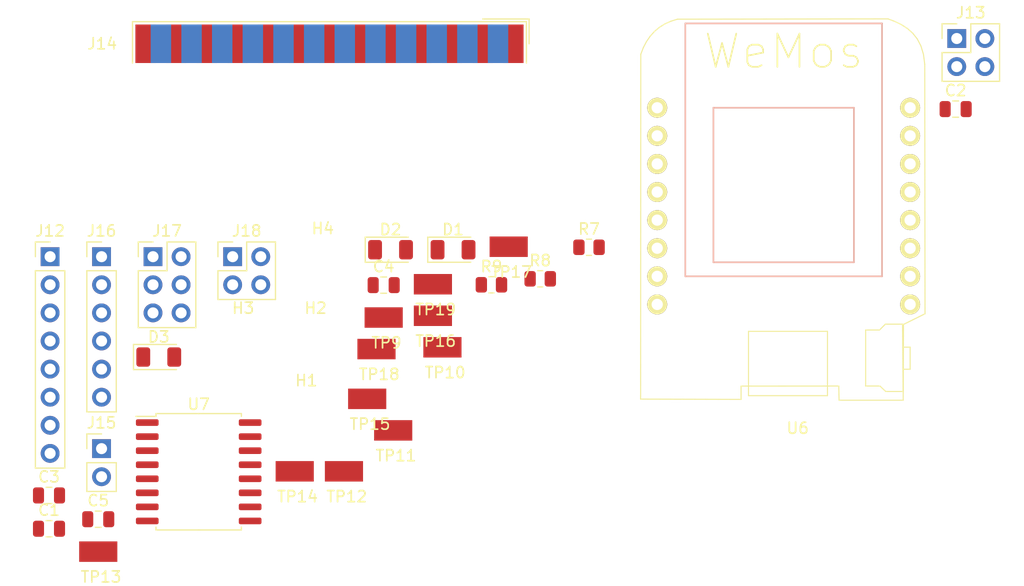
<source format=kicad_pcb>
(kicad_pcb (version 20171130) (host pcbnew "(5.1.7)-1")

  (general
    (thickness 1.6)
    (drawings 0)
    (tracks 0)
    (zones 0)
    (modules 35)
    (nets 59)
  )

  (page A4)
  (layers
    (0 F.Cu signal)
    (31 B.Cu signal)
    (32 B.Adhes user)
    (33 F.Adhes user)
    (34 B.Paste user)
    (35 F.Paste user)
    (36 B.SilkS user)
    (37 F.SilkS user)
    (38 B.Mask user)
    (39 F.Mask user)
    (40 Dwgs.User user)
    (41 Cmts.User user)
    (42 Eco1.User user)
    (43 Eco2.User user)
    (44 Edge.Cuts user)
    (45 Margin user)
    (46 B.CrtYd user)
    (47 F.CrtYd user)
    (48 B.Fab user)
    (49 F.Fab user)
  )

  (setup
    (last_trace_width 0.25)
    (trace_clearance 0.2)
    (zone_clearance 0.508)
    (zone_45_only no)
    (trace_min 0.2)
    (via_size 0.8)
    (via_drill 0.4)
    (via_min_size 0.4)
    (via_min_drill 0.3)
    (uvia_size 0.3)
    (uvia_drill 0.1)
    (uvias_allowed no)
    (uvia_min_size 0.2)
    (uvia_min_drill 0.1)
    (edge_width 0.1)
    (segment_width 0.2)
    (pcb_text_width 0.3)
    (pcb_text_size 1.5 1.5)
    (mod_edge_width 0.15)
    (mod_text_size 1 1)
    (mod_text_width 0.15)
    (pad_size 1.524 1.524)
    (pad_drill 0.762)
    (pad_to_mask_clearance 0)
    (aux_axis_origin 0 0)
    (visible_elements FFFFFF7F)
    (pcbplotparams
      (layerselection 0x010fc_ffffffff)
      (usegerberextensions false)
      (usegerberattributes true)
      (usegerberadvancedattributes true)
      (creategerberjobfile true)
      (excludeedgelayer true)
      (linewidth 0.100000)
      (plotframeref false)
      (viasonmask false)
      (mode 1)
      (useauxorigin false)
      (hpglpennumber 1)
      (hpglpenspeed 20)
      (hpglpendiameter 15.000000)
      (psnegative false)
      (psa4output false)
      (plotreference true)
      (plotvalue true)
      (plotinvisibletext false)
      (padsonsilk false)
      (subtractmaskfromsilk false)
      (outputformat 1)
      (mirror false)
      (drillshape 1)
      (scaleselection 1)
      (outputdirectory ""))
  )

  (net 0 "")
  (net 1 "Net-(C1-Pad2)")
  (net 2 "Net-(C1-Pad1)")
  (net 3 "Net-(C2-Pad2)")
  (net 4 "Net-(C2-Pad1)")
  (net 5 "Net-(C3-Pad2)")
  (net 6 GND)
  (net 7 "Net-(C4-Pad2)")
  (net 8 +3V3)
  (net 9 "Net-(D1-Pad2)")
  (net 10 "Net-(D2-Pad2)")
  (net 11 "Net-(D3-Pad2)")
  (net 12 +5V)
  (net 13 "Net-(J12-Pad6)")
  (net 14 /Vin)
  (net 15 /ANS-PB)
  (net 16 /Latch)
  (net 17 /Ser-Clock)
  (net 18 /Data-In)
  (net 19 /ESP-TX)
  (net 20 /MAX-RX)
  (net 21 /ESP-RX)
  (net 22 /MAX-TX)
  (net 23 "Net-(J14-Pad25)")
  (net 24 "Net-(J14-Pad24)")
  (net 25 "Net-(J14-Pad23)")
  (net 26 /RI_232)
  (net 27 "Net-(J14-Pad21)")
  (net 28 "Net-(J14-Pad20)")
  (net 29 "Net-(J14-Pad19)")
  (net 30 "Net-(J14-Pad18)")
  (net 31 "Net-(J14-Pad17)")
  (net 32 "Net-(J14-Pad16)")
  (net 33 "Net-(J14-Pad15)")
  (net 34 "Net-(J14-Pad14)")
  (net 35 "Net-(J14-Pad13)")
  (net 36 "Net-(J14-Pad12)")
  (net 37 "Net-(J14-Pad11)")
  (net 38 "Net-(J14-Pad10)")
  (net 39 "Net-(J14-Pad9)")
  (net 40 /CD_232)
  (net 41 /DSR_232)
  (net 42 /CTS_232)
  (net 43 /RTS_232)
  (net 44 /DBtoMAX-RX)
  (net 45 /DBtoMAX-TX)
  (net 46 /~RST)
  (net 47 /~INT)
  (net 48 /SCL)
  (net 49 /SDA)
  (net 50 /Relay2)
  (net 51 /Relay1)
  (net 52 /DB25-RX)
  (net 53 /DB25-TX)
  (net 54 /LED)
  (net 55 /CD_8266)
  (net 56 "Net-(U6-Pad9)")
  (net 57 "Net-(U7-Pad9)")
  (net 58 "Net-(U7-Pad8)")

  (net_class Default "This is the default net class."
    (clearance 0.2)
    (trace_width 0.25)
    (via_dia 0.8)
    (via_drill 0.4)
    (uvia_dia 0.3)
    (uvia_drill 0.1)
    (add_net +3V3)
    (add_net +5V)
    (add_net /ANS-PB)
    (add_net /CD_232)
    (add_net /CD_8266)
    (add_net /CTS_232)
    (add_net /DB25-RX)
    (add_net /DB25-TX)
    (add_net /DBtoMAX-RX)
    (add_net /DBtoMAX-TX)
    (add_net /DSR_232)
    (add_net /Data-In)
    (add_net /ESP-RX)
    (add_net /ESP-TX)
    (add_net /LED)
    (add_net /Latch)
    (add_net /MAX-RX)
    (add_net /MAX-TX)
    (add_net /RI_232)
    (add_net /RTS_232)
    (add_net /Relay1)
    (add_net /Relay2)
    (add_net /SCL)
    (add_net /SDA)
    (add_net /Ser-Clock)
    (add_net /Vin)
    (add_net /~INT)
    (add_net /~RST)
    (add_net GND)
    (add_net "Net-(C1-Pad1)")
    (add_net "Net-(C1-Pad2)")
    (add_net "Net-(C2-Pad1)")
    (add_net "Net-(C2-Pad2)")
    (add_net "Net-(C3-Pad2)")
    (add_net "Net-(C4-Pad2)")
    (add_net "Net-(D1-Pad2)")
    (add_net "Net-(D2-Pad2)")
    (add_net "Net-(D3-Pad2)")
    (add_net "Net-(J12-Pad6)")
    (add_net "Net-(J14-Pad10)")
    (add_net "Net-(J14-Pad11)")
    (add_net "Net-(J14-Pad12)")
    (add_net "Net-(J14-Pad13)")
    (add_net "Net-(J14-Pad14)")
    (add_net "Net-(J14-Pad15)")
    (add_net "Net-(J14-Pad16)")
    (add_net "Net-(J14-Pad17)")
    (add_net "Net-(J14-Pad18)")
    (add_net "Net-(J14-Pad19)")
    (add_net "Net-(J14-Pad20)")
    (add_net "Net-(J14-Pad21)")
    (add_net "Net-(J14-Pad23)")
    (add_net "Net-(J14-Pad24)")
    (add_net "Net-(J14-Pad25)")
    (add_net "Net-(J14-Pad9)")
    (add_net "Net-(U6-Pad9)")
    (add_net "Net-(U7-Pad8)")
    (add_net "Net-(U7-Pad9)")
  )

  (module Package_SO:SOIC-16W_7.5x10.3mm_P1.27mm (layer F.Cu) (tedit 5D9F72B1) (tstamp 5FA852E5)
    (at 110.558 118.802)
    (descr "SOIC, 16 Pin (JEDEC MS-013AA, https://www.analog.com/media/en/package-pcb-resources/package/pkg_pdf/soic_wide-rw/rw_16.pdf), generated with kicad-footprint-generator ipc_gullwing_generator.py")
    (tags "SOIC SO")
    (path /5FABF194)
    (attr smd)
    (fp_text reference U7 (at 0 -6.1) (layer F.SilkS)
      (effects (font (size 1 1) (thickness 0.15)))
    )
    (fp_text value MAX3232 (at 0 6.1) (layer F.Fab)
      (effects (font (size 1 1) (thickness 0.15)))
    )
    (fp_text user %R (at 0 0) (layer F.Fab)
      (effects (font (size 1 1) (thickness 0.15)))
    )
    (fp_line (start 0 5.26) (end 3.86 5.26) (layer F.SilkS) (width 0.12))
    (fp_line (start 3.86 5.26) (end 3.86 5.005) (layer F.SilkS) (width 0.12))
    (fp_line (start 0 5.26) (end -3.86 5.26) (layer F.SilkS) (width 0.12))
    (fp_line (start -3.86 5.26) (end -3.86 5.005) (layer F.SilkS) (width 0.12))
    (fp_line (start 0 -5.26) (end 3.86 -5.26) (layer F.SilkS) (width 0.12))
    (fp_line (start 3.86 -5.26) (end 3.86 -5.005) (layer F.SilkS) (width 0.12))
    (fp_line (start 0 -5.26) (end -3.86 -5.26) (layer F.SilkS) (width 0.12))
    (fp_line (start -3.86 -5.26) (end -3.86 -5.005) (layer F.SilkS) (width 0.12))
    (fp_line (start -3.86 -5.005) (end -5.675 -5.005) (layer F.SilkS) (width 0.12))
    (fp_line (start -2.75 -5.15) (end 3.75 -5.15) (layer F.Fab) (width 0.1))
    (fp_line (start 3.75 -5.15) (end 3.75 5.15) (layer F.Fab) (width 0.1))
    (fp_line (start 3.75 5.15) (end -3.75 5.15) (layer F.Fab) (width 0.1))
    (fp_line (start -3.75 5.15) (end -3.75 -4.15) (layer F.Fab) (width 0.1))
    (fp_line (start -3.75 -4.15) (end -2.75 -5.15) (layer F.Fab) (width 0.1))
    (fp_line (start -5.93 -5.4) (end -5.93 5.4) (layer F.CrtYd) (width 0.05))
    (fp_line (start -5.93 5.4) (end 5.93 5.4) (layer F.CrtYd) (width 0.05))
    (fp_line (start 5.93 5.4) (end 5.93 -5.4) (layer F.CrtYd) (width 0.05))
    (fp_line (start 5.93 -5.4) (end -5.93 -5.4) (layer F.CrtYd) (width 0.05))
    (pad 16 smd roundrect (at 4.65 -4.445) (size 2.05 0.6) (layers F.Cu F.Paste F.Mask) (roundrect_rratio 0.25)
      (net 8 +3V3))
    (pad 15 smd roundrect (at 4.65 -3.175) (size 2.05 0.6) (layers F.Cu F.Paste F.Mask) (roundrect_rratio 0.25)
      (net 6 GND))
    (pad 14 smd roundrect (at 4.65 -1.905) (size 2.05 0.6) (layers F.Cu F.Paste F.Mask) (roundrect_rratio 0.25)
      (net 22 /MAX-TX))
    (pad 13 smd roundrect (at 4.65 -0.635) (size 2.05 0.6) (layers F.Cu F.Paste F.Mask) (roundrect_rratio 0.25)
      (net 20 /MAX-RX))
    (pad 12 smd roundrect (at 4.65 0.635) (size 2.05 0.6) (layers F.Cu F.Paste F.Mask) (roundrect_rratio 0.25)
      (net 44 /DBtoMAX-RX))
    (pad 11 smd roundrect (at 4.65 1.905) (size 2.05 0.6) (layers F.Cu F.Paste F.Mask) (roundrect_rratio 0.25)
      (net 45 /DBtoMAX-TX))
    (pad 10 smd roundrect (at 4.65 3.175) (size 2.05 0.6) (layers F.Cu F.Paste F.Mask) (roundrect_rratio 0.25)
      (net 40 /CD_232))
    (pad 9 smd roundrect (at 4.65 4.445) (size 2.05 0.6) (layers F.Cu F.Paste F.Mask) (roundrect_rratio 0.25)
      (net 57 "Net-(U7-Pad9)"))
    (pad 8 smd roundrect (at -4.65 4.445) (size 2.05 0.6) (layers F.Cu F.Paste F.Mask) (roundrect_rratio 0.25)
      (net 58 "Net-(U7-Pad8)"))
    (pad 7 smd roundrect (at -4.65 3.175) (size 2.05 0.6) (layers F.Cu F.Paste F.Mask) (roundrect_rratio 0.25)
      (net 55 /CD_8266))
    (pad 6 smd roundrect (at -4.65 1.905) (size 2.05 0.6) (layers F.Cu F.Paste F.Mask) (roundrect_rratio 0.25)
      (net 7 "Net-(C4-Pad2)"))
    (pad 5 smd roundrect (at -4.65 0.635) (size 2.05 0.6) (layers F.Cu F.Paste F.Mask) (roundrect_rratio 0.25)
      (net 3 "Net-(C2-Pad2)"))
    (pad 4 smd roundrect (at -4.65 -0.635) (size 2.05 0.6) (layers F.Cu F.Paste F.Mask) (roundrect_rratio 0.25)
      (net 4 "Net-(C2-Pad1)"))
    (pad 3 smd roundrect (at -4.65 -1.905) (size 2.05 0.6) (layers F.Cu F.Paste F.Mask) (roundrect_rratio 0.25)
      (net 2 "Net-(C1-Pad1)"))
    (pad 2 smd roundrect (at -4.65 -3.175) (size 2.05 0.6) (layers F.Cu F.Paste F.Mask) (roundrect_rratio 0.25)
      (net 5 "Net-(C3-Pad2)"))
    (pad 1 smd roundrect (at -4.65 -4.445) (size 2.05 0.6) (layers F.Cu F.Paste F.Mask) (roundrect_rratio 0.25)
      (net 1 "Net-(C1-Pad2)"))
    (model ${KISYS3DMOD}/Package_SO.3dshapes/SOIC-16W_7.5x10.3mm_P1.27mm.wrl
      (at (xyz 0 0 0))
      (scale (xyz 1 1 1))
      (rotate (xyz 0 0 0))
    )
  )

  (module "My Libraries:D1_mini_board" (layer F.Cu) (tedit 5FA82493) (tstamp 5FA852BE)
    (at 163.433193 96.058734)
    (descr https://github.com/jerome-labidurie/d1_mini_kicad)
    (path /5FA9FC88)
    (fp_text reference U6 (at 1.27 18.81) (layer F.SilkS)
      (effects (font (size 1 1) (thickness 0.15)))
    )
    (fp_text value WeMos_mini (at 1.27 -19.05) (layer F.Fab)
      (effects (font (size 1 1) (thickness 0.15)))
    )
    (fp_text user WeMos (at 0 -15.24) (layer F.SilkS)
      (effects (font (size 3 3) (thickness 0.15)))
    )
    (fp_line (start -6.35 3.81) (end -6.35 -10.16) (layer B.SilkS) (width 0.15))
    (fp_line (start -6.35 -10.16) (end 6.35 -10.16) (layer B.SilkS) (width 0.15))
    (fp_line (start 6.35 -10.16) (end 6.35 3.81) (layer B.SilkS) (width 0.15))
    (fp_line (start 6.35 3.81) (end -6.35 3.81) (layer B.SilkS) (width 0.15))
    (fp_line (start -8.89 5.08) (end 8.89 5.08) (layer B.SilkS) (width 0.15))
    (fp_line (start 8.89 5.08) (end 8.89 -17.78) (layer B.SilkS) (width 0.15))
    (fp_line (start 8.89 -17.78) (end -8.89 -17.78) (layer B.SilkS) (width 0.15))
    (fp_line (start -8.89 -17.78) (end -8.89 5.08) (layer B.SilkS) (width 0.15))
    (fp_line (start 10.817472 16.277228) (end 5.00618 16.277228) (layer F.SilkS) (width 0.1))
    (fp_line (start 5.00618 16.277228) (end 4.979849 14.993795) (layer F.SilkS) (width 0.1))
    (fp_line (start 4.979849 14.993795) (end -3.851373 15.000483) (layer F.SilkS) (width 0.1))
    (fp_line (start -3.851373 15.000483) (end -3.849397 16.202736) (layer F.SilkS) (width 0.1))
    (fp_line (start -3.849397 16.202736) (end -12.930193 16.176658) (layer F.SilkS) (width 0.1))
    (fp_line (start -12.930193 16.176658) (end -12.916195 -14.993493) (layer F.SilkS) (width 0.1))
    (fp_line (start -12.916195 -14.993493) (end -12.683384 -15.596286) (layer F.SilkS) (width 0.1))
    (fp_line (start -12.683384 -15.596286) (end -12.399901 -16.141167) (layer F.SilkS) (width 0.1))
    (fp_line (start -12.399901 -16.141167) (end -12.065253 -16.627577) (layer F.SilkS) (width 0.1))
    (fp_line (start -12.065253 -16.627577) (end -11.678953 -17.054952) (layer F.SilkS) (width 0.1))
    (fp_line (start -11.678953 -17.054952) (end -11.240512 -17.422741) (layer F.SilkS) (width 0.1))
    (fp_line (start -11.240512 -17.422741) (end -10.74944 -17.730377) (layer F.SilkS) (width 0.1))
    (fp_line (start -10.74944 -17.730377) (end -10.20525 -17.97731) (layer F.SilkS) (width 0.1))
    (fp_line (start -10.20525 -17.97731) (end -9.607453 -18.162976) (layer F.SilkS) (width 0.1))
    (fp_line (start -9.607453 -18.162976) (end 9.43046 -18.191734) (layer F.SilkS) (width 0.1))
    (fp_line (start 9.43046 -18.191734) (end 10.049824 -17.957741) (layer F.SilkS) (width 0.1))
    (fp_line (start 10.049824 -17.957741) (end 10.638018 -17.673258) (layer F.SilkS) (width 0.1))
    (fp_line (start 10.638018 -17.673258) (end 11.181445 -17.323743) (layer F.SilkS) (width 0.1))
    (fp_line (start 11.181445 -17.323743) (end 11.666503 -16.894658) (layer F.SilkS) (width 0.1))
    (fp_line (start 11.666503 -16.894658) (end 12.079595 -16.37146) (layer F.SilkS) (width 0.1))
    (fp_line (start 12.079595 -16.37146) (end 12.407122 -15.739613) (layer F.SilkS) (width 0.1))
    (fp_line (start 12.407122 -15.739613) (end 12.635482 -14.984575) (layer F.SilkS) (width 0.1))
    (fp_line (start 12.635482 -14.984575) (end 12.751078 -14.091807) (layer F.SilkS) (width 0.1))
    (fp_line (start 12.751078 -14.091807) (end 12.776026 8.463285) (layer F.SilkS) (width 0.1))
    (fp_line (start 12.776026 8.463285) (end 10.83248 9.424181) (layer F.SilkS) (width 0.1))
    (fp_line (start 10.83248 9.424181) (end 10.802686 16.232524) (layer F.SilkS) (width 0.1))
    (fp_line (start -3.17965 10.051451) (end 3.959931 10.051451) (layer F.SilkS) (width 0.1))
    (fp_line (start 3.959931 10.051451) (end 3.959931 15.865188) (layer F.SilkS) (width 0.1))
    (fp_line (start 3.959931 15.865188) (end -3.17965 15.865188) (layer F.SilkS) (width 0.1))
    (fp_line (start -3.17965 15.865188) (end -3.17965 10.051451) (layer F.SilkS) (width 0.1))
    (fp_line (start 10.7436 9.402349) (end 9.191378 9.402349) (layer F.SilkS) (width 0.1))
    (fp_line (start 9.191378 9.402349) (end 8.662211 9.931515) (layer F.SilkS) (width 0.1))
    (fp_line (start 8.662211 9.931515) (end 7.40985 9.931515) (layer F.SilkS) (width 0.1))
    (fp_line (start 7.40985 9.931515) (end 7.40985 14.993876) (layer F.SilkS) (width 0.1))
    (fp_line (start 7.40985 14.993876) (end 8.697489 14.993876) (layer F.SilkS) (width 0.1))
    (fp_line (start 8.697489 14.993876) (end 9.226656 15.487765) (layer F.SilkS) (width 0.1))
    (fp_line (start 9.226656 15.487765) (end 10.796517 15.487765) (layer F.SilkS) (width 0.1))
    (fp_line (start 10.796517 15.487765) (end 10.7436 9.402349) (layer F.SilkS) (width 0.1))
    (fp_line (start 10.778878 11.483738) (end 11.431517 11.483738) (layer F.SilkS) (width 0.1))
    (fp_line (start 11.431517 11.483738) (end 11.431517 13.476932) (layer F.SilkS) (width 0.1))
    (fp_line (start 11.431517 13.476932) (end 10.814156 13.476932) (layer F.SilkS) (width 0.1))
    (pad 8 thru_hole circle (at -11.43 -10.16) (size 1.8 1.8) (drill 1.016) (layers *.Cu *.Mask F.SilkS)
      (net 19 /ESP-TX))
    (pad 7 thru_hole circle (at -11.43 -7.62) (size 1.8 1.8) (drill 1.016) (layers *.Cu *.Mask F.SilkS)
      (net 21 /ESP-RX))
    (pad 6 thru_hole circle (at -11.43 -5.08) (size 1.8 1.8) (drill 1.016) (layers *.Cu *.Mask F.SilkS)
      (net 49 /SDA))
    (pad 5 thru_hole circle (at -11.43 -2.54) (size 1.8 1.8) (drill 1.016) (layers *.Cu *.Mask F.SilkS)
      (net 48 /SCL))
    (pad 4 thru_hole circle (at -11.43 0) (size 1.8 1.8) (drill 1.016) (layers *.Cu *.Mask F.SilkS)
      (net 51 /Relay1))
    (pad 3 thru_hole circle (at -11.43 2.54) (size 1.8 1.8) (drill 1.016) (layers *.Cu *.Mask F.SilkS)
      (net 50 /Relay2))
    (pad 2 thru_hole circle (at -11.43 5.08) (size 1.8 1.8) (drill 1.016) (layers *.Cu *.Mask F.SilkS)
      (net 6 GND))
    (pad 1 thru_hole circle (at -11.43 7.62) (size 1.8 1.8) (drill 1.016) (layers *.Cu *.Mask F.SilkS)
      (net 12 +5V))
    (pad 16 thru_hole circle (at 11.43 7.62) (size 1.8 1.8) (drill 1.016) (layers *.Cu *.Mask F.SilkS)
      (net 8 +3V3))
    (pad 15 thru_hole circle (at 11.43 5.08) (size 1.8 1.8) (drill 1.016) (layers *.Cu *.Mask F.SilkS)
      (net 54 /LED))
    (pad 14 thru_hole circle (at 11.43 2.54) (size 1.8 1.8) (drill 1.016) (layers *.Cu *.Mask F.SilkS)
      (net 16 /Latch))
    (pad 13 thru_hole circle (at 11.43 0) (size 1.8 1.8) (drill 1.016) (layers *.Cu *.Mask F.SilkS)
      (net 17 /Ser-Clock))
    (pad 12 thru_hole circle (at 11.43 -2.54) (size 1.8 1.8) (drill 1.016) (layers *.Cu *.Mask F.SilkS)
      (net 18 /Data-In))
    (pad 11 thru_hole circle (at 11.43 -5.08) (size 1.8 1.8) (drill 1.016) (layers *.Cu *.Mask F.SilkS)
      (net 15 /ANS-PB))
    (pad 10 thru_hole circle (at 11.43 -7.62) (size 1.8 1.8) (drill 1.016) (layers *.Cu *.Mask F.SilkS)
      (net 55 /CD_8266))
    (pad 9 thru_hole circle (at 11.43 -10.16) (size 1.8 1.8) (drill 1.016) (layers *.Cu *.Mask F.SilkS)
      (net 56 "Net-(U6-Pad9)"))
  )

  (module "My Libraries:Harwin-S1751-46-Test-Point" (layer F.Cu) (tedit 5F9F0FC9) (tstamp 5FA85278)
    (at 131.727999 101.851999)
    (path /5FBFAC8B)
    (fp_text reference TP19 (at 0.254 2.286) (layer F.SilkS)
      (effects (font (size 1 1) (thickness 0.15)))
    )
    (fp_text value GND (at 0 -1.778) (layer F.Fab)
      (effects (font (size 1 1) (thickness 0.15)))
    )
    (pad 1 smd rect (at 0 0) (size 3.45 1.85) (layers F.Cu F.Paste F.Mask)
      (net 6 GND))
    (model "C:/Users/balde/Dropbox/KiCad/Downloaded Libraries/s1751-46.stp"
      (offset (xyz 0 0.825 2))
      (scale (xyz 1 1 1))
      (rotate (xyz -90 0 0))
    )
  )

  (module "My Libraries:Harwin-S1751-46-Test-Point" (layer F.Cu) (tedit 5F9F0FC9) (tstamp 5FA85273)
    (at 126.627999 107.711999)
    (path /5FBFA9DA)
    (fp_text reference TP18 (at 0.254 2.286) (layer F.SilkS)
      (effects (font (size 1 1) (thickness 0.15)))
    )
    (fp_text value GND (at 0 -1.778) (layer F.Fab)
      (effects (font (size 1 1) (thickness 0.15)))
    )
    (pad 1 smd rect (at 0 0) (size 3.45 1.85) (layers F.Cu F.Paste F.Mask)
      (net 6 GND))
    (model "C:/Users/balde/Dropbox/KiCad/Downloaded Libraries/s1751-46.stp"
      (offset (xyz 0 0.825 2))
      (scale (xyz 1 1 1))
      (rotate (xyz -90 0 0))
    )
  )

  (module "My Libraries:Harwin-S1751-46-Test-Point" (layer F.Cu) (tedit 5F9F0FC9) (tstamp 5FA8526E)
    (at 138.577999 98.461999)
    (path /5FBF382D)
    (fp_text reference TP17 (at 0.254 2.286) (layer F.SilkS)
      (effects (font (size 1 1) (thickness 0.15)))
    )
    (fp_text value VCC (at 0 -1.778) (layer F.Fab)
      (effects (font (size 1 1) (thickness 0.15)))
    )
    (pad 1 smd rect (at 0 0) (size 3.45 1.85) (layers F.Cu F.Paste F.Mask)
      (net 12 +5V))
    (model "C:/Users/balde/Dropbox/KiCad/Downloaded Libraries/s1751-46.stp"
      (offset (xyz 0 0.825 2))
      (scale (xyz 1 1 1))
      (rotate (xyz -90 0 0))
    )
  )

  (module "My Libraries:Harwin-S1751-46-Test-Point" (layer F.Cu) (tedit 5F9F0FC9) (tstamp 5FA85269)
    (at 131.727999 104.701999)
    (path /5FBF3575)
    (fp_text reference TP16 (at 0.254 2.286) (layer F.SilkS)
      (effects (font (size 1 1) (thickness 0.15)))
    )
    (fp_text value Vin (at 0 -1.778) (layer F.Fab)
      (effects (font (size 1 1) (thickness 0.15)))
    )
    (pad 1 smd rect (at 0 0) (size 3.45 1.85) (layers F.Cu F.Paste F.Mask)
      (net 14 /Vin))
    (model "C:/Users/balde/Dropbox/KiCad/Downloaded Libraries/s1751-46.stp"
      (offset (xyz 0 0.825 2))
      (scale (xyz 1 1 1))
      (rotate (xyz -90 0 0))
    )
  )

  (module "My Libraries:Harwin-S1751-46-Test-Point" (layer F.Cu) (tedit 5F9F0FC9) (tstamp 5FA85264)
    (at 125.787999 112.211999)
    (path /5FBE4921)
    (fp_text reference TP15 (at 0.254 2.286) (layer F.SilkS)
      (effects (font (size 1 1) (thickness 0.15)))
    )
    (fp_text value Latch (at 0 -1.778) (layer F.Fab)
      (effects (font (size 1 1) (thickness 0.15)))
    )
    (pad 1 smd rect (at 0 0) (size 3.45 1.85) (layers F.Cu F.Paste F.Mask)
      (net 16 /Latch))
    (model "C:/Users/balde/Dropbox/KiCad/Downloaded Libraries/s1751-46.stp"
      (offset (xyz 0 0.825 2))
      (scale (xyz 1 1 1))
      (rotate (xyz -90 0 0))
    )
  )

  (module "My Libraries:Harwin-S1751-46-Test-Point" (layer F.Cu) (tedit 5F9F0FC9) (tstamp 5FA8525F)
    (at 119.237999 118.761999)
    (path /5FBE41B4)
    (fp_text reference TP14 (at 0.254 2.286) (layer F.SilkS)
      (effects (font (size 1 1) (thickness 0.15)))
    )
    (fp_text value Ser-Clk (at 0 -1.778) (layer F.Fab)
      (effects (font (size 1 1) (thickness 0.15)))
    )
    (pad 1 smd rect (at 0 0) (size 3.45 1.85) (layers F.Cu F.Paste F.Mask)
      (net 17 /Ser-Clock))
    (model "C:/Users/balde/Dropbox/KiCad/Downloaded Libraries/s1751-46.stp"
      (offset (xyz 0 0.825 2))
      (scale (xyz 1 1 1))
      (rotate (xyz -90 0 0))
    )
  )

  (module "My Libraries:Harwin-S1751-46-Test-Point" (layer F.Cu) (tedit 5F9F0FC9) (tstamp 5FA8525A)
    (at 101.477999 126.021999)
    (path /5FBE378C)
    (fp_text reference TP13 (at 0.254 2.286) (layer F.SilkS)
      (effects (font (size 1 1) (thickness 0.15)))
    )
    (fp_text value Din (at 0 -1.778) (layer F.Fab)
      (effects (font (size 1 1) (thickness 0.15)))
    )
    (pad 1 smd rect (at 0 0) (size 3.45 1.85) (layers F.Cu F.Paste F.Mask)
      (net 18 /Data-In))
    (model "C:/Users/balde/Dropbox/KiCad/Downloaded Libraries/s1751-46.stp"
      (offset (xyz 0 0.825 2))
      (scale (xyz 1 1 1))
      (rotate (xyz -90 0 0))
    )
  )

  (module "My Libraries:Harwin-S1751-46-Test-Point" (layer F.Cu) (tedit 5F9F0FC9) (tstamp 5FA85255)
    (at 123.687999 118.761999)
    (path /5FC09C03)
    (fp_text reference TP12 (at 0.254 2.286) (layer F.SilkS)
      (effects (font (size 1 1) (thickness 0.15)))
    )
    (fp_text value RX (at 0 -1.778) (layer F.Fab)
      (effects (font (size 1 1) (thickness 0.15)))
    )
    (pad 1 smd rect (at 0 0) (size 3.45 1.85) (layers F.Cu F.Paste F.Mask)
      (net 20 /MAX-RX))
    (model "C:/Users/balde/Dropbox/KiCad/Downloaded Libraries/s1751-46.stp"
      (offset (xyz 0 0.825 2))
      (scale (xyz 1 1 1))
      (rotate (xyz -90 0 0))
    )
  )

  (module "My Libraries:Harwin-S1751-46-Test-Point" (layer F.Cu) (tedit 5F9F0FC9) (tstamp 5FA85250)
    (at 128.137999 115.061999)
    (path /5FC09807)
    (fp_text reference TP11 (at 0.254 2.286) (layer F.SilkS)
      (effects (font (size 1 1) (thickness 0.15)))
    )
    (fp_text value TX (at 0 -1.778) (layer F.Fab)
      (effects (font (size 1 1) (thickness 0.15)))
    )
    (pad 1 smd rect (at 0 0) (size 3.45 1.85) (layers F.Cu F.Paste F.Mask)
      (net 22 /MAX-TX))
    (model "C:/Users/balde/Dropbox/KiCad/Downloaded Libraries/s1751-46.stp"
      (offset (xyz 0 0.825 2))
      (scale (xyz 1 1 1))
      (rotate (xyz -90 0 0))
    )
  )

  (module "My Libraries:Harwin-S1751-46-Test-Point" (layer F.Cu) (tedit 5F9F0FC9) (tstamp 5FA8524B)
    (at 132.587999 107.551999)
    (path /5FC20598)
    (fp_text reference TP10 (at 0.254 2.286) (layer F.SilkS)
      (effects (font (size 1 1) (thickness 0.15)))
    )
    (fp_text value SDA (at 0 -1.778) (layer F.Fab)
      (effects (font (size 1 1) (thickness 0.15)))
    )
    (pad 1 smd rect (at 0 0) (size 3.45 1.85) (layers F.Cu F.Paste F.Mask)
      (net 49 /SDA))
    (model "C:/Users/balde/Dropbox/KiCad/Downloaded Libraries/s1751-46.stp"
      (offset (xyz 0 0.825 2))
      (scale (xyz 1 1 1))
      (rotate (xyz -90 0 0))
    )
  )

  (module "My Libraries:Harwin-S1751-46-Test-Point" (layer F.Cu) (tedit 5F9F0FC9) (tstamp 5FA85246)
    (at 127.277999 104.861999)
    (path /5FC20592)
    (fp_text reference TP9 (at 0.254 2.286) (layer F.SilkS)
      (effects (font (size 1 1) (thickness 0.15)))
    )
    (fp_text value SCL (at 0 -1.778) (layer F.Fab)
      (effects (font (size 1 1) (thickness 0.15)))
    )
    (pad 1 smd rect (at 0 0) (size 3.45 1.85) (layers F.Cu F.Paste F.Mask)
      (net 48 /SCL))
    (model "C:/Users/balde/Dropbox/KiCad/Downloaded Libraries/s1751-46.stp"
      (offset (xyz 0 0.825 2))
      (scale (xyz 1 1 1))
      (rotate (xyz -90 0 0))
    )
  )

  (module Resistor_SMD:R_0805_2012Metric (layer F.Cu) (tedit 5F68FEEE) (tstamp 5FA85241)
    (at 137.018 101.902)
    (descr "Resistor SMD 0805 (2012 Metric), square (rectangular) end terminal, IPC_7351 nominal, (Body size source: IPC-SM-782 page 72, https://www.pcb-3d.com/wordpress/wp-content/uploads/ipc-sm-782a_amendment_1_and_2.pdf), generated with kicad-footprint-generator")
    (tags resistor)
    (path /5FB9371E)
    (attr smd)
    (fp_text reference R9 (at 0 -1.65) (layer F.SilkS)
      (effects (font (size 1 1) (thickness 0.15)))
    )
    (fp_text value 1k (at 0 1.65) (layer F.Fab)
      (effects (font (size 1 1) (thickness 0.15)))
    )
    (fp_text user %R (at 0 0) (layer F.Fab)
      (effects (font (size 0.5 0.5) (thickness 0.08)))
    )
    (fp_line (start -1 0.625) (end -1 -0.625) (layer F.Fab) (width 0.1))
    (fp_line (start -1 -0.625) (end 1 -0.625) (layer F.Fab) (width 0.1))
    (fp_line (start 1 -0.625) (end 1 0.625) (layer F.Fab) (width 0.1))
    (fp_line (start 1 0.625) (end -1 0.625) (layer F.Fab) (width 0.1))
    (fp_line (start -0.227064 -0.735) (end 0.227064 -0.735) (layer F.SilkS) (width 0.12))
    (fp_line (start -0.227064 0.735) (end 0.227064 0.735) (layer F.SilkS) (width 0.12))
    (fp_line (start -1.68 0.95) (end -1.68 -0.95) (layer F.CrtYd) (width 0.05))
    (fp_line (start -1.68 -0.95) (end 1.68 -0.95) (layer F.CrtYd) (width 0.05))
    (fp_line (start 1.68 -0.95) (end 1.68 0.95) (layer F.CrtYd) (width 0.05))
    (fp_line (start 1.68 0.95) (end -1.68 0.95) (layer F.CrtYd) (width 0.05))
    (pad 2 smd roundrect (at 0.9125 0) (size 1.025 1.4) (layers F.Cu F.Paste F.Mask) (roundrect_rratio 0.243902)
      (net 11 "Net-(D3-Pad2)"))
    (pad 1 smd roundrect (at -0.9125 0) (size 1.025 1.4) (layers F.Cu F.Paste F.Mask) (roundrect_rratio 0.243902)
      (net 12 +5V))
    (model ${KISYS3DMOD}/Resistor_SMD.3dshapes/R_0805_2012Metric.wrl
      (at (xyz 0 0 0))
      (scale (xyz 1 1 1))
      (rotate (xyz 0 0 0))
    )
  )

  (module Resistor_SMD:R_0805_2012Metric (layer F.Cu) (tedit 5F68FEEE) (tstamp 5FA85230)
    (at 141.428 101.362)
    (descr "Resistor SMD 0805 (2012 Metric), square (rectangular) end terminal, IPC_7351 nominal, (Body size source: IPC-SM-782 page 72, https://www.pcb-3d.com/wordpress/wp-content/uploads/ipc-sm-782a_amendment_1_and_2.pdf), generated with kicad-footprint-generator")
    (tags resistor)
    (path /5FB8FF86)
    (attr smd)
    (fp_text reference R8 (at 0 -1.65) (layer F.SilkS)
      (effects (font (size 1 1) (thickness 0.15)))
    )
    (fp_text value 1k (at 0 1.65) (layer F.Fab)
      (effects (font (size 1 1) (thickness 0.15)))
    )
    (fp_text user %R (at 0 0) (layer F.Fab)
      (effects (font (size 0.5 0.5) (thickness 0.08)))
    )
    (fp_line (start -1 0.625) (end -1 -0.625) (layer F.Fab) (width 0.1))
    (fp_line (start -1 -0.625) (end 1 -0.625) (layer F.Fab) (width 0.1))
    (fp_line (start 1 -0.625) (end 1 0.625) (layer F.Fab) (width 0.1))
    (fp_line (start 1 0.625) (end -1 0.625) (layer F.Fab) (width 0.1))
    (fp_line (start -0.227064 -0.735) (end 0.227064 -0.735) (layer F.SilkS) (width 0.12))
    (fp_line (start -0.227064 0.735) (end 0.227064 0.735) (layer F.SilkS) (width 0.12))
    (fp_line (start -1.68 0.95) (end -1.68 -0.95) (layer F.CrtYd) (width 0.05))
    (fp_line (start -1.68 -0.95) (end 1.68 -0.95) (layer F.CrtYd) (width 0.05))
    (fp_line (start 1.68 -0.95) (end 1.68 0.95) (layer F.CrtYd) (width 0.05))
    (fp_line (start 1.68 0.95) (end -1.68 0.95) (layer F.CrtYd) (width 0.05))
    (pad 2 smd roundrect (at 0.9125 0) (size 1.025 1.4) (layers F.Cu F.Paste F.Mask) (roundrect_rratio 0.243902)
      (net 10 "Net-(D2-Pad2)"))
    (pad 1 smd roundrect (at -0.9125 0) (size 1.025 1.4) (layers F.Cu F.Paste F.Mask) (roundrect_rratio 0.243902)
      (net 14 /Vin))
    (model ${KISYS3DMOD}/Resistor_SMD.3dshapes/R_0805_2012Metric.wrl
      (at (xyz 0 0 0))
      (scale (xyz 1 1 1))
      (rotate (xyz 0 0 0))
    )
  )

  (module Resistor_SMD:R_0805_2012Metric (layer F.Cu) (tedit 5F68FEEE) (tstamp 5FA8521F)
    (at 145.838 98.512)
    (descr "Resistor SMD 0805 (2012 Metric), square (rectangular) end terminal, IPC_7351 nominal, (Body size source: IPC-SM-782 page 72, https://www.pcb-3d.com/wordpress/wp-content/uploads/ipc-sm-782a_amendment_1_and_2.pdf), generated with kicad-footprint-generator")
    (tags resistor)
    (path /5FB6D841)
    (attr smd)
    (fp_text reference R7 (at 0 -1.65) (layer F.SilkS)
      (effects (font (size 1 1) (thickness 0.15)))
    )
    (fp_text value 1k (at 0 1.65) (layer F.Fab)
      (effects (font (size 1 1) (thickness 0.15)))
    )
    (fp_text user %R (at 0 0) (layer F.Fab)
      (effects (font (size 0.5 0.5) (thickness 0.08)))
    )
    (fp_line (start -1 0.625) (end -1 -0.625) (layer F.Fab) (width 0.1))
    (fp_line (start -1 -0.625) (end 1 -0.625) (layer F.Fab) (width 0.1))
    (fp_line (start 1 -0.625) (end 1 0.625) (layer F.Fab) (width 0.1))
    (fp_line (start 1 0.625) (end -1 0.625) (layer F.Fab) (width 0.1))
    (fp_line (start -0.227064 -0.735) (end 0.227064 -0.735) (layer F.SilkS) (width 0.12))
    (fp_line (start -0.227064 0.735) (end 0.227064 0.735) (layer F.SilkS) (width 0.12))
    (fp_line (start -1.68 0.95) (end -1.68 -0.95) (layer F.CrtYd) (width 0.05))
    (fp_line (start -1.68 -0.95) (end 1.68 -0.95) (layer F.CrtYd) (width 0.05))
    (fp_line (start 1.68 -0.95) (end 1.68 0.95) (layer F.CrtYd) (width 0.05))
    (fp_line (start 1.68 0.95) (end -1.68 0.95) (layer F.CrtYd) (width 0.05))
    (pad 2 smd roundrect (at 0.9125 0) (size 1.025 1.4) (layers F.Cu F.Paste F.Mask) (roundrect_rratio 0.243902)
      (net 9 "Net-(D1-Pad2)"))
    (pad 1 smd roundrect (at -0.9125 0) (size 1.025 1.4) (layers F.Cu F.Paste F.Mask) (roundrect_rratio 0.243902)
      (net 54 /LED))
    (model ${KISYS3DMOD}/Resistor_SMD.3dshapes/R_0805_2012Metric.wrl
      (at (xyz 0 0 0))
      (scale (xyz 1 1 1))
      (rotate (xyz 0 0 0))
    )
  )

  (module Connector_PinHeader_2.54mm:PinHeader_2x02_P2.54mm_Vertical (layer F.Cu) (tedit 59FED5CC) (tstamp 5FA8520E)
    (at 113.628 99.362)
    (descr "Through hole straight pin header, 2x02, 2.54mm pitch, double rows")
    (tags "Through hole pin header THT 2x02 2.54mm double row")
    (path /5FAD83EC)
    (fp_text reference J18 (at 1.27 -2.33) (layer F.SilkS)
      (effects (font (size 1 1) (thickness 0.15)))
    )
    (fp_text value DBtoMAX (at 1.27 4.87) (layer F.Fab)
      (effects (font (size 1 1) (thickness 0.15)))
    )
    (fp_text user %R (at 1.27 1.27 90) (layer F.Fab)
      (effects (font (size 1 1) (thickness 0.15)))
    )
    (fp_line (start 0 -1.27) (end 3.81 -1.27) (layer F.Fab) (width 0.1))
    (fp_line (start 3.81 -1.27) (end 3.81 3.81) (layer F.Fab) (width 0.1))
    (fp_line (start 3.81 3.81) (end -1.27 3.81) (layer F.Fab) (width 0.1))
    (fp_line (start -1.27 3.81) (end -1.27 0) (layer F.Fab) (width 0.1))
    (fp_line (start -1.27 0) (end 0 -1.27) (layer F.Fab) (width 0.1))
    (fp_line (start -1.33 3.87) (end 3.87 3.87) (layer F.SilkS) (width 0.12))
    (fp_line (start -1.33 1.27) (end -1.33 3.87) (layer F.SilkS) (width 0.12))
    (fp_line (start 3.87 -1.33) (end 3.87 3.87) (layer F.SilkS) (width 0.12))
    (fp_line (start -1.33 1.27) (end 1.27 1.27) (layer F.SilkS) (width 0.12))
    (fp_line (start 1.27 1.27) (end 1.27 -1.33) (layer F.SilkS) (width 0.12))
    (fp_line (start 1.27 -1.33) (end 3.87 -1.33) (layer F.SilkS) (width 0.12))
    (fp_line (start -1.33 0) (end -1.33 -1.33) (layer F.SilkS) (width 0.12))
    (fp_line (start -1.33 -1.33) (end 0 -1.33) (layer F.SilkS) (width 0.12))
    (fp_line (start -1.8 -1.8) (end -1.8 4.35) (layer F.CrtYd) (width 0.05))
    (fp_line (start -1.8 4.35) (end 4.35 4.35) (layer F.CrtYd) (width 0.05))
    (fp_line (start 4.35 4.35) (end 4.35 -1.8) (layer F.CrtYd) (width 0.05))
    (fp_line (start 4.35 -1.8) (end -1.8 -1.8) (layer F.CrtYd) (width 0.05))
    (pad 4 thru_hole oval (at 2.54 2.54) (size 1.7 1.7) (drill 1) (layers *.Cu *.Mask)
      (net 44 /DBtoMAX-RX))
    (pad 3 thru_hole oval (at 0 2.54) (size 1.7 1.7) (drill 1) (layers *.Cu *.Mask)
      (net 52 /DB25-RX))
    (pad 2 thru_hole oval (at 2.54 0) (size 1.7 1.7) (drill 1) (layers *.Cu *.Mask)
      (net 45 /DBtoMAX-TX))
    (pad 1 thru_hole rect (at 0 0) (size 1.7 1.7) (drill 1) (layers *.Cu *.Mask)
      (net 53 /DB25-TX))
    (model ${KISYS3DMOD}/Connector_PinHeader_2.54mm.3dshapes/PinHeader_2x02_P2.54mm_Vertical.wrl
      (at (xyz 0 0 0))
      (scale (xyz 1 1 1))
      (rotate (xyz 0 0 0))
    )
  )

  (module Connector_PinHeader_2.54mm:PinHeader_2x03_P2.54mm_Vertical (layer F.Cu) (tedit 59FED5CC) (tstamp 5FA851F4)
    (at 106.428 99.362)
    (descr "Through hole straight pin header, 2x03, 2.54mm pitch, double rows")
    (tags "Through hole pin header THT 2x03 2.54mm double row")
    (path /5FB45AE6)
    (fp_text reference J17 (at 1.27 -2.33) (layer F.SilkS)
      (effects (font (size 1 1) (thickness 0.15)))
    )
    (fp_text value Relays (at 1.27 7.41) (layer F.Fab)
      (effects (font (size 1 1) (thickness 0.15)))
    )
    (fp_text user %R (at 1.27 2.54 90) (layer F.Fab)
      (effects (font (size 1 1) (thickness 0.15)))
    )
    (fp_line (start 0 -1.27) (end 3.81 -1.27) (layer F.Fab) (width 0.1))
    (fp_line (start 3.81 -1.27) (end 3.81 6.35) (layer F.Fab) (width 0.1))
    (fp_line (start 3.81 6.35) (end -1.27 6.35) (layer F.Fab) (width 0.1))
    (fp_line (start -1.27 6.35) (end -1.27 0) (layer F.Fab) (width 0.1))
    (fp_line (start -1.27 0) (end 0 -1.27) (layer F.Fab) (width 0.1))
    (fp_line (start -1.33 6.41) (end 3.87 6.41) (layer F.SilkS) (width 0.12))
    (fp_line (start -1.33 1.27) (end -1.33 6.41) (layer F.SilkS) (width 0.12))
    (fp_line (start 3.87 -1.33) (end 3.87 6.41) (layer F.SilkS) (width 0.12))
    (fp_line (start -1.33 1.27) (end 1.27 1.27) (layer F.SilkS) (width 0.12))
    (fp_line (start 1.27 1.27) (end 1.27 -1.33) (layer F.SilkS) (width 0.12))
    (fp_line (start 1.27 -1.33) (end 3.87 -1.33) (layer F.SilkS) (width 0.12))
    (fp_line (start -1.33 0) (end -1.33 -1.33) (layer F.SilkS) (width 0.12))
    (fp_line (start -1.33 -1.33) (end 0 -1.33) (layer F.SilkS) (width 0.12))
    (fp_line (start -1.8 -1.8) (end -1.8 6.85) (layer F.CrtYd) (width 0.05))
    (fp_line (start -1.8 6.85) (end 4.35 6.85) (layer F.CrtYd) (width 0.05))
    (fp_line (start 4.35 6.85) (end 4.35 -1.8) (layer F.CrtYd) (width 0.05))
    (fp_line (start 4.35 -1.8) (end -1.8 -1.8) (layer F.CrtYd) (width 0.05))
    (pad 6 thru_hole oval (at 2.54 5.08) (size 1.7 1.7) (drill 1) (layers *.Cu *.Mask)
      (net 12 +5V))
    (pad 5 thru_hole oval (at 0 5.08) (size 1.7 1.7) (drill 1) (layers *.Cu *.Mask)
      (net 50 /Relay2))
    (pad 4 thru_hole oval (at 2.54 2.54) (size 1.7 1.7) (drill 1) (layers *.Cu *.Mask)
      (net 6 GND))
    (pad 3 thru_hole oval (at 0 2.54) (size 1.7 1.7) (drill 1) (layers *.Cu *.Mask)
      (net 6 GND))
    (pad 2 thru_hole oval (at 2.54 0) (size 1.7 1.7) (drill 1) (layers *.Cu *.Mask)
      (net 51 /Relay1))
    (pad 1 thru_hole rect (at 0 0) (size 1.7 1.7) (drill 1) (layers *.Cu *.Mask)
      (net 12 +5V))
    (model ${KISYS3DMOD}/Connector_PinHeader_2.54mm.3dshapes/PinHeader_2x03_P2.54mm_Vertical.wrl
      (at (xyz 0 0 0))
      (scale (xyz 1 1 1))
      (rotate (xyz 0 0 0))
    )
  )

  (module Connector_PinHeader_2.54mm:PinHeader_1x06_P2.54mm_Vertical (layer F.Cu) (tedit 59FED5CC) (tstamp 5FA851D8)
    (at 101.778 99.362)
    (descr "Through hole straight pin header, 1x06, 2.54mm pitch, single row")
    (tags "Through hole pin header THT 1x06 2.54mm single row")
    (path /5FA9740C)
    (fp_text reference J16 (at 0 -2.33) (layer F.SilkS)
      (effects (font (size 1 1) (thickness 0.15)))
    )
    (fp_text value "Quiic MP3" (at 0 15.03) (layer F.Fab)
      (effects (font (size 1 1) (thickness 0.15)))
    )
    (fp_text user %R (at 0 6.35 90) (layer F.Fab)
      (effects (font (size 1 1) (thickness 0.15)))
    )
    (fp_line (start -0.635 -1.27) (end 1.27 -1.27) (layer F.Fab) (width 0.1))
    (fp_line (start 1.27 -1.27) (end 1.27 13.97) (layer F.Fab) (width 0.1))
    (fp_line (start 1.27 13.97) (end -1.27 13.97) (layer F.Fab) (width 0.1))
    (fp_line (start -1.27 13.97) (end -1.27 -0.635) (layer F.Fab) (width 0.1))
    (fp_line (start -1.27 -0.635) (end -0.635 -1.27) (layer F.Fab) (width 0.1))
    (fp_line (start -1.33 14.03) (end 1.33 14.03) (layer F.SilkS) (width 0.12))
    (fp_line (start -1.33 1.27) (end -1.33 14.03) (layer F.SilkS) (width 0.12))
    (fp_line (start 1.33 1.27) (end 1.33 14.03) (layer F.SilkS) (width 0.12))
    (fp_line (start -1.33 1.27) (end 1.33 1.27) (layer F.SilkS) (width 0.12))
    (fp_line (start -1.33 0) (end -1.33 -1.33) (layer F.SilkS) (width 0.12))
    (fp_line (start -1.33 -1.33) (end 0 -1.33) (layer F.SilkS) (width 0.12))
    (fp_line (start -1.8 -1.8) (end -1.8 14.5) (layer F.CrtYd) (width 0.05))
    (fp_line (start -1.8 14.5) (end 1.8 14.5) (layer F.CrtYd) (width 0.05))
    (fp_line (start 1.8 14.5) (end 1.8 -1.8) (layer F.CrtYd) (width 0.05))
    (fp_line (start 1.8 -1.8) (end -1.8 -1.8) (layer F.CrtYd) (width 0.05))
    (pad 6 thru_hole oval (at 0 12.7) (size 1.7 1.7) (drill 1) (layers *.Cu *.Mask)
      (net 46 /~RST))
    (pad 5 thru_hole oval (at 0 10.16) (size 1.7 1.7) (drill 1) (layers *.Cu *.Mask)
      (net 47 /~INT))
    (pad 4 thru_hole oval (at 0 7.62) (size 1.7 1.7) (drill 1) (layers *.Cu *.Mask)
      (net 48 /SCL))
    (pad 3 thru_hole oval (at 0 5.08) (size 1.7 1.7) (drill 1) (layers *.Cu *.Mask)
      (net 49 /SDA))
    (pad 2 thru_hole oval (at 0 2.54) (size 1.7 1.7) (drill 1) (layers *.Cu *.Mask)
      (net 8 +3V3))
    (pad 1 thru_hole rect (at 0 0) (size 1.7 1.7) (drill 1) (layers *.Cu *.Mask)
      (net 6 GND))
    (model ${KISYS3DMOD}/Connector_PinHeader_2.54mm.3dshapes/PinHeader_1x06_P2.54mm_Vertical.wrl
      (at (xyz 0 0 0))
      (scale (xyz 1 1 1))
      (rotate (xyz 0 0 0))
    )
  )

  (module Connector_PinHeader_2.54mm:PinHeader_1x02_P2.54mm_Vertical (layer F.Cu) (tedit 59FED5CC) (tstamp 5FA851BE)
    (at 101.778 116.712)
    (descr "Through hole straight pin header, 1x02, 2.54mm pitch, single row")
    (tags "Through hole pin header THT 1x02 2.54mm single row")
    (path /5FA992B9)
    (fp_text reference J15 (at 0 -2.33) (layer F.SilkS)
      (effects (font (size 1 1) (thickness 0.15)))
    )
    (fp_text value Power_In (at 0 4.87) (layer F.Fab)
      (effects (font (size 1 1) (thickness 0.15)))
    )
    (fp_text user %R (at 0 1.27 90) (layer F.Fab)
      (effects (font (size 1 1) (thickness 0.15)))
    )
    (fp_line (start -0.635 -1.27) (end 1.27 -1.27) (layer F.Fab) (width 0.1))
    (fp_line (start 1.27 -1.27) (end 1.27 3.81) (layer F.Fab) (width 0.1))
    (fp_line (start 1.27 3.81) (end -1.27 3.81) (layer F.Fab) (width 0.1))
    (fp_line (start -1.27 3.81) (end -1.27 -0.635) (layer F.Fab) (width 0.1))
    (fp_line (start -1.27 -0.635) (end -0.635 -1.27) (layer F.Fab) (width 0.1))
    (fp_line (start -1.33 3.87) (end 1.33 3.87) (layer F.SilkS) (width 0.12))
    (fp_line (start -1.33 1.27) (end -1.33 3.87) (layer F.SilkS) (width 0.12))
    (fp_line (start 1.33 1.27) (end 1.33 3.87) (layer F.SilkS) (width 0.12))
    (fp_line (start -1.33 1.27) (end 1.33 1.27) (layer F.SilkS) (width 0.12))
    (fp_line (start -1.33 0) (end -1.33 -1.33) (layer F.SilkS) (width 0.12))
    (fp_line (start -1.33 -1.33) (end 0 -1.33) (layer F.SilkS) (width 0.12))
    (fp_line (start -1.8 -1.8) (end -1.8 4.35) (layer F.CrtYd) (width 0.05))
    (fp_line (start -1.8 4.35) (end 1.8 4.35) (layer F.CrtYd) (width 0.05))
    (fp_line (start 1.8 4.35) (end 1.8 -1.8) (layer F.CrtYd) (width 0.05))
    (fp_line (start 1.8 -1.8) (end -1.8 -1.8) (layer F.CrtYd) (width 0.05))
    (pad 2 thru_hole oval (at 0 2.54) (size 1.7 1.7) (drill 1) (layers *.Cu *.Mask)
      (net 6 GND))
    (pad 1 thru_hole rect (at 0 0) (size 1.7 1.7) (drill 1) (layers *.Cu *.Mask)
      (net 14 /Vin))
    (model ${KISYS3DMOD}/Connector_PinHeader_2.54mm.3dshapes/PinHeader_1x02_P2.54mm_Vertical.wrl
      (at (xyz 0 0 0))
      (scale (xyz 1 1 1))
      (rotate (xyz 0 0 0))
    )
  )

  (module Connector_Dsub:DSUB-25_Female_EdgeMount_P2.77mm (layer F.Cu) (tedit 59FEDEE2) (tstamp 5FA851A8)
    (at 122.378 80.117)
    (descr "25-pin D-Sub connector, solder-cups edge-mounted, female, x-pin-pitch 2.77mm, distance of mounting holes 47.1mm, see https://disti-assets.s3.amazonaws.com/tonar/files/datasheets/16730.pdf")
    (tags "25-pin D-Sub connector edge mount solder cup female x-pin-pitch 2.77mm mounting holes distance 47.1mm")
    (path /5FA85BD1)
    (attr smd)
    (fp_text reference J14 (at -20.543333 0) (layer F.SilkS)
      (effects (font (size 1 1) (thickness 0.15)))
    )
    (fp_text value DB25_Female_MountingHoles (at 0 16.86) (layer F.Fab)
      (effects (font (size 1 1) (thickness 0.15)))
    )
    (fp_text user "PCB edge" (at -21.55 1.323333) (layer Dwgs.User)
      (effects (font (size 0.5 0.5) (thickness 0.075)))
    )
    (fp_text user %R (at 0 3.39) (layer F.Fab)
      (effects (font (size 1 1) (thickness 0.15)))
    )
    (fp_line (start 16.02 -0.91) (end 16.02 1.99) (layer F.Fab) (width 0.1))
    (fp_line (start 16.02 1.99) (end 17.22 1.99) (layer F.Fab) (width 0.1))
    (fp_line (start 17.22 1.99) (end 17.22 -0.91) (layer F.Fab) (width 0.1))
    (fp_line (start 17.22 -0.91) (end 16.02 -0.91) (layer F.Fab) (width 0.1))
    (fp_line (start 13.25 -0.91) (end 13.25 1.99) (layer F.Fab) (width 0.1))
    (fp_line (start 13.25 1.99) (end 14.45 1.99) (layer F.Fab) (width 0.1))
    (fp_line (start 14.45 1.99) (end 14.45 -0.91) (layer F.Fab) (width 0.1))
    (fp_line (start 14.45 -0.91) (end 13.25 -0.91) (layer F.Fab) (width 0.1))
    (fp_line (start 10.48 -0.91) (end 10.48 1.99) (layer F.Fab) (width 0.1))
    (fp_line (start 10.48 1.99) (end 11.68 1.99) (layer F.Fab) (width 0.1))
    (fp_line (start 11.68 1.99) (end 11.68 -0.91) (layer F.Fab) (width 0.1))
    (fp_line (start 11.68 -0.91) (end 10.48 -0.91) (layer F.Fab) (width 0.1))
    (fp_line (start 7.71 -0.91) (end 7.71 1.99) (layer F.Fab) (width 0.1))
    (fp_line (start 7.71 1.99) (end 8.91 1.99) (layer F.Fab) (width 0.1))
    (fp_line (start 8.91 1.99) (end 8.91 -0.91) (layer F.Fab) (width 0.1))
    (fp_line (start 8.91 -0.91) (end 7.71 -0.91) (layer F.Fab) (width 0.1))
    (fp_line (start 4.94 -0.91) (end 4.94 1.99) (layer F.Fab) (width 0.1))
    (fp_line (start 4.94 1.99) (end 6.14 1.99) (layer F.Fab) (width 0.1))
    (fp_line (start 6.14 1.99) (end 6.14 -0.91) (layer F.Fab) (width 0.1))
    (fp_line (start 6.14 -0.91) (end 4.94 -0.91) (layer F.Fab) (width 0.1))
    (fp_line (start 2.17 -0.91) (end 2.17 1.99) (layer F.Fab) (width 0.1))
    (fp_line (start 2.17 1.99) (end 3.37 1.99) (layer F.Fab) (width 0.1))
    (fp_line (start 3.37 1.99) (end 3.37 -0.91) (layer F.Fab) (width 0.1))
    (fp_line (start 3.37 -0.91) (end 2.17 -0.91) (layer F.Fab) (width 0.1))
    (fp_line (start -0.6 -0.91) (end -0.6 1.99) (layer F.Fab) (width 0.1))
    (fp_line (start -0.6 1.99) (end 0.6 1.99) (layer F.Fab) (width 0.1))
    (fp_line (start 0.6 1.99) (end 0.6 -0.91) (layer F.Fab) (width 0.1))
    (fp_line (start 0.6 -0.91) (end -0.6 -0.91) (layer F.Fab) (width 0.1))
    (fp_line (start -3.37 -0.91) (end -3.37 1.99) (layer F.Fab) (width 0.1))
    (fp_line (start -3.37 1.99) (end -2.17 1.99) (layer F.Fab) (width 0.1))
    (fp_line (start -2.17 1.99) (end -2.17 -0.91) (layer F.Fab) (width 0.1))
    (fp_line (start -2.17 -0.91) (end -3.37 -0.91) (layer F.Fab) (width 0.1))
    (fp_line (start -6.14 -0.91) (end -6.14 1.99) (layer F.Fab) (width 0.1))
    (fp_line (start -6.14 1.99) (end -4.94 1.99) (layer F.Fab) (width 0.1))
    (fp_line (start -4.94 1.99) (end -4.94 -0.91) (layer F.Fab) (width 0.1))
    (fp_line (start -4.94 -0.91) (end -6.14 -0.91) (layer F.Fab) (width 0.1))
    (fp_line (start -8.91 -0.91) (end -8.91 1.99) (layer F.Fab) (width 0.1))
    (fp_line (start -8.91 1.99) (end -7.71 1.99) (layer F.Fab) (width 0.1))
    (fp_line (start -7.71 1.99) (end -7.71 -0.91) (layer F.Fab) (width 0.1))
    (fp_line (start -7.71 -0.91) (end -8.91 -0.91) (layer F.Fab) (width 0.1))
    (fp_line (start -11.68 -0.91) (end -11.68 1.99) (layer F.Fab) (width 0.1))
    (fp_line (start -11.68 1.99) (end -10.48 1.99) (layer F.Fab) (width 0.1))
    (fp_line (start -10.48 1.99) (end -10.48 -0.91) (layer F.Fab) (width 0.1))
    (fp_line (start -10.48 -0.91) (end -11.68 -0.91) (layer F.Fab) (width 0.1))
    (fp_line (start -14.45 -0.91) (end -14.45 1.99) (layer F.Fab) (width 0.1))
    (fp_line (start -14.45 1.99) (end -13.25 1.99) (layer F.Fab) (width 0.1))
    (fp_line (start -13.25 1.99) (end -13.25 -0.91) (layer F.Fab) (width 0.1))
    (fp_line (start -13.25 -0.91) (end -14.45 -0.91) (layer F.Fab) (width 0.1))
    (fp_line (start -17.22 -0.91) (end -17.22 1.99) (layer F.Fab) (width 0.1))
    (fp_line (start -17.22 1.99) (end -16.02 1.99) (layer F.Fab) (width 0.1))
    (fp_line (start -16.02 1.99) (end -16.02 -0.91) (layer F.Fab) (width 0.1))
    (fp_line (start -16.02 -0.91) (end -17.22 -0.91) (layer F.Fab) (width 0.1))
    (fp_line (start 14.635 -0.91) (end 14.635 1.99) (layer B.Fab) (width 0.1))
    (fp_line (start 14.635 1.99) (end 15.835 1.99) (layer B.Fab) (width 0.1))
    (fp_line (start 15.835 1.99) (end 15.835 -0.91) (layer B.Fab) (width 0.1))
    (fp_line (start 15.835 -0.91) (end 14.635 -0.91) (layer B.Fab) (width 0.1))
    (fp_line (start 11.865 -0.91) (end 11.865 1.99) (layer B.Fab) (width 0.1))
    (fp_line (start 11.865 1.99) (end 13.065 1.99) (layer B.Fab) (width 0.1))
    (fp_line (start 13.065 1.99) (end 13.065 -0.91) (layer B.Fab) (width 0.1))
    (fp_line (start 13.065 -0.91) (end 11.865 -0.91) (layer B.Fab) (width 0.1))
    (fp_line (start 9.095 -0.91) (end 9.095 1.99) (layer B.Fab) (width 0.1))
    (fp_line (start 9.095 1.99) (end 10.295 1.99) (layer B.Fab) (width 0.1))
    (fp_line (start 10.295 1.99) (end 10.295 -0.91) (layer B.Fab) (width 0.1))
    (fp_line (start 10.295 -0.91) (end 9.095 -0.91) (layer B.Fab) (width 0.1))
    (fp_line (start 6.325 -0.91) (end 6.325 1.99) (layer B.Fab) (width 0.1))
    (fp_line (start 6.325 1.99) (end 7.525 1.99) (layer B.Fab) (width 0.1))
    (fp_line (start 7.525 1.99) (end 7.525 -0.91) (layer B.Fab) (width 0.1))
    (fp_line (start 7.525 -0.91) (end 6.325 -0.91) (layer B.Fab) (width 0.1))
    (fp_line (start 3.555 -0.91) (end 3.555 1.99) (layer B.Fab) (width 0.1))
    (fp_line (start 3.555 1.99) (end 4.755 1.99) (layer B.Fab) (width 0.1))
    (fp_line (start 4.755 1.99) (end 4.755 -0.91) (layer B.Fab) (width 0.1))
    (fp_line (start 4.755 -0.91) (end 3.555 -0.91) (layer B.Fab) (width 0.1))
    (fp_line (start 0.785 -0.91) (end 0.785 1.99) (layer B.Fab) (width 0.1))
    (fp_line (start 0.785 1.99) (end 1.985 1.99) (layer B.Fab) (width 0.1))
    (fp_line (start 1.985 1.99) (end 1.985 -0.91) (layer B.Fab) (width 0.1))
    (fp_line (start 1.985 -0.91) (end 0.785 -0.91) (layer B.Fab) (width 0.1))
    (fp_line (start -1.985 -0.91) (end -1.985 1.99) (layer B.Fab) (width 0.1))
    (fp_line (start -1.985 1.99) (end -0.785 1.99) (layer B.Fab) (width 0.1))
    (fp_line (start -0.785 1.99) (end -0.785 -0.91) (layer B.Fab) (width 0.1))
    (fp_line (start -0.785 -0.91) (end -1.985 -0.91) (layer B.Fab) (width 0.1))
    (fp_line (start -4.755 -0.91) (end -4.755 1.99) (layer B.Fab) (width 0.1))
    (fp_line (start -4.755 1.99) (end -3.555 1.99) (layer B.Fab) (width 0.1))
    (fp_line (start -3.555 1.99) (end -3.555 -0.91) (layer B.Fab) (width 0.1))
    (fp_line (start -3.555 -0.91) (end -4.755 -0.91) (layer B.Fab) (width 0.1))
    (fp_line (start -7.525 -0.91) (end -7.525 1.99) (layer B.Fab) (width 0.1))
    (fp_line (start -7.525 1.99) (end -6.325 1.99) (layer B.Fab) (width 0.1))
    (fp_line (start -6.325 1.99) (end -6.325 -0.91) (layer B.Fab) (width 0.1))
    (fp_line (start -6.325 -0.91) (end -7.525 -0.91) (layer B.Fab) (width 0.1))
    (fp_line (start -10.295 -0.91) (end -10.295 1.99) (layer B.Fab) (width 0.1))
    (fp_line (start -10.295 1.99) (end -9.095 1.99) (layer B.Fab) (width 0.1))
    (fp_line (start -9.095 1.99) (end -9.095 -0.91) (layer B.Fab) (width 0.1))
    (fp_line (start -9.095 -0.91) (end -10.295 -0.91) (layer B.Fab) (width 0.1))
    (fp_line (start -13.065 -0.91) (end -13.065 1.99) (layer B.Fab) (width 0.1))
    (fp_line (start -13.065 1.99) (end -11.865 1.99) (layer B.Fab) (width 0.1))
    (fp_line (start -11.865 1.99) (end -11.865 -0.91) (layer B.Fab) (width 0.1))
    (fp_line (start -11.865 -0.91) (end -13.065 -0.91) (layer B.Fab) (width 0.1))
    (fp_line (start -15.835 -0.91) (end -15.835 1.99) (layer B.Fab) (width 0.1))
    (fp_line (start -15.835 1.99) (end -14.635 1.99) (layer B.Fab) (width 0.1))
    (fp_line (start -14.635 1.99) (end -14.635 -0.91) (layer B.Fab) (width 0.1))
    (fp_line (start -14.635 -0.91) (end -15.835 -0.91) (layer B.Fab) (width 0.1))
    (fp_line (start -18.55 1.99) (end -18.55 4.79) (layer F.Fab) (width 0.1))
    (fp_line (start -18.55 4.79) (end 18.55 4.79) (layer F.Fab) (width 0.1))
    (fp_line (start 18.55 4.79) (end 18.55 1.99) (layer F.Fab) (width 0.1))
    (fp_line (start 18.55 1.99) (end -18.55 1.99) (layer F.Fab) (width 0.1))
    (fp_line (start -19.55 4.79) (end -19.55 9.29) (layer F.Fab) (width 0.1))
    (fp_line (start -19.55 9.29) (end 19.55 9.29) (layer F.Fab) (width 0.1))
    (fp_line (start 19.55 9.29) (end 19.55 4.79) (layer F.Fab) (width 0.1))
    (fp_line (start 19.55 4.79) (end -19.55 4.79) (layer F.Fab) (width 0.1))
    (fp_line (start -26.55 9.29) (end -26.55 9.69) (layer F.Fab) (width 0.1))
    (fp_line (start -26.55 9.69) (end 26.55 9.69) (layer F.Fab) (width 0.1))
    (fp_line (start 26.55 9.69) (end 26.55 9.29) (layer F.Fab) (width 0.1))
    (fp_line (start 26.55 9.29) (end -26.55 9.29) (layer F.Fab) (width 0.1))
    (fp_line (start -19.15 9.69) (end -19.15 15.86) (layer F.Fab) (width 0.1))
    (fp_line (start -19.15 15.86) (end 19.15 15.86) (layer F.Fab) (width 0.1))
    (fp_line (start 19.15 15.86) (end 19.15 9.69) (layer F.Fab) (width 0.1))
    (fp_line (start 19.15 9.69) (end -19.15 9.69) (layer F.Fab) (width 0.1))
    (fp_line (start -18.05 -2.25) (end 18.05 -2.25) (layer F.CrtYd) (width 0.05))
    (fp_line (start 18.05 -2.25) (end 18.05 1.5) (layer F.CrtYd) (width 0.05))
    (fp_line (start 18.05 1.5) (end 19.05 1.5) (layer F.CrtYd) (width 0.05))
    (fp_line (start 19.05 1.5) (end 19.05 4.3) (layer F.CrtYd) (width 0.05))
    (fp_line (start 19.05 4.3) (end 20.05 4.3) (layer F.CrtYd) (width 0.05))
    (fp_line (start 20.05 4.3) (end 20.05 8.8) (layer F.CrtYd) (width 0.05))
    (fp_line (start 20.05 8.8) (end 27.05 8.8) (layer F.CrtYd) (width 0.05))
    (fp_line (start 27.05 8.8) (end 27.05 10.2) (layer F.CrtYd) (width 0.05))
    (fp_line (start 27.05 10.2) (end 19.65 10.2) (layer F.CrtYd) (width 0.05))
    (fp_line (start 19.65 10.2) (end 19.65 16.4) (layer F.CrtYd) (width 0.05))
    (fp_line (start 19.65 16.4) (end -19.65 16.4) (layer F.CrtYd) (width 0.05))
    (fp_line (start -19.65 16.4) (end -19.65 10.2) (layer F.CrtYd) (width 0.05))
    (fp_line (start -19.65 10.2) (end -27.05 10.2) (layer F.CrtYd) (width 0.05))
    (fp_line (start -27.05 10.2) (end -27.05 8.8) (layer F.CrtYd) (width 0.05))
    (fp_line (start -27.05 8.8) (end -20.05 8.8) (layer F.CrtYd) (width 0.05))
    (fp_line (start -20.05 8.8) (end -20.05 4.3) (layer F.CrtYd) (width 0.05))
    (fp_line (start -20.05 4.3) (end -19.05 4.3) (layer F.CrtYd) (width 0.05))
    (fp_line (start -19.05 4.3) (end -19.05 1.5) (layer F.CrtYd) (width 0.05))
    (fp_line (start -19.05 1.5) (end -18.05 1.5) (layer F.CrtYd) (width 0.05))
    (fp_line (start -18.05 1.5) (end -18.05 -2.25) (layer F.CrtYd) (width 0.05))
    (fp_line (start 17.803333 1.74) (end 17.803333 -2) (layer F.SilkS) (width 0.12))
    (fp_line (start 17.803333 -2) (end -17.803333 -2) (layer F.SilkS) (width 0.12))
    (fp_line (start -17.803333 -2) (end -17.803333 1.74) (layer F.SilkS) (width 0.12))
    (fp_line (start 18.043333 0) (end 18.043333 -2.24) (layer F.SilkS) (width 0.12))
    (fp_line (start 18.043333 -2.24) (end 13.85 -2.24) (layer F.SilkS) (width 0.12))
    (fp_line (start -26.55 1.99) (end 26.55 1.99) (layer Dwgs.User) (width 0.05))
    (pad 25 smd rect (at -15.235 0) (size 1.846667 3.48) (layers B.Cu B.Paste B.Mask)
      (net 23 "Net-(J14-Pad25)"))
    (pad 24 smd rect (at -12.465 0) (size 1.846667 3.48) (layers B.Cu B.Paste B.Mask)
      (net 24 "Net-(J14-Pad24)"))
    (pad 23 smd rect (at -9.695 0) (size 1.846667 3.48) (layers B.Cu B.Paste B.Mask)
      (net 25 "Net-(J14-Pad23)"))
    (pad 22 smd rect (at -6.925 0) (size 1.846667 3.48) (layers B.Cu B.Paste B.Mask)
      (net 26 /RI_232))
    (pad 21 smd rect (at -4.155 0) (size 1.846667 3.48) (layers B.Cu B.Paste B.Mask)
      (net 27 "Net-(J14-Pad21)"))
    (pad 20 smd rect (at -1.385 0) (size 1.846667 3.48) (layers B.Cu B.Paste B.Mask)
      (net 28 "Net-(J14-Pad20)"))
    (pad 19 smd rect (at 1.385 0) (size 1.846667 3.48) (layers B.Cu B.Paste B.Mask)
      (net 29 "Net-(J14-Pad19)"))
    (pad 18 smd rect (at 4.155 0) (size 1.846667 3.48) (layers B.Cu B.Paste B.Mask)
      (net 30 "Net-(J14-Pad18)"))
    (pad 17 smd rect (at 6.925 0) (size 1.846667 3.48) (layers B.Cu B.Paste B.Mask)
      (net 31 "Net-(J14-Pad17)"))
    (pad 16 smd rect (at 9.695 0) (size 1.846667 3.48) (layers B.Cu B.Paste B.Mask)
      (net 32 "Net-(J14-Pad16)"))
    (pad 15 smd rect (at 12.465 0) (size 1.846667 3.48) (layers B.Cu B.Paste B.Mask)
      (net 33 "Net-(J14-Pad15)"))
    (pad 14 smd rect (at 15.235 0) (size 1.846667 3.48) (layers B.Cu B.Paste B.Mask)
      (net 34 "Net-(J14-Pad14)"))
    (pad 13 smd rect (at -16.62 0) (size 1.846667 3.48) (layers F.Cu F.Paste F.Mask)
      (net 35 "Net-(J14-Pad13)"))
    (pad 12 smd rect (at -13.85 0) (size 1.846667 3.48) (layers F.Cu F.Paste F.Mask)
      (net 36 "Net-(J14-Pad12)"))
    (pad 11 smd rect (at -11.08 0) (size 1.846667 3.48) (layers F.Cu F.Paste F.Mask)
      (net 37 "Net-(J14-Pad11)"))
    (pad 10 smd rect (at -8.31 0) (size 1.846667 3.48) (layers F.Cu F.Paste F.Mask)
      (net 38 "Net-(J14-Pad10)"))
    (pad 9 smd rect (at -5.54 0) (size 1.846667 3.48) (layers F.Cu F.Paste F.Mask)
      (net 39 "Net-(J14-Pad9)"))
    (pad 8 smd rect (at -2.77 0) (size 1.846667 3.48) (layers F.Cu F.Paste F.Mask)
      (net 40 /CD_232))
    (pad 7 smd rect (at 0 0) (size 1.846667 3.48) (layers F.Cu F.Paste F.Mask)
      (net 6 GND))
    (pad 6 smd rect (at 2.77 0) (size 1.846667 3.48) (layers F.Cu F.Paste F.Mask)
      (net 41 /DSR_232))
    (pad 5 smd rect (at 5.54 0) (size 1.846667 3.48) (layers F.Cu F.Paste F.Mask)
      (net 42 /CTS_232))
    (pad 4 smd rect (at 8.31 0) (size 1.846667 3.48) (layers F.Cu F.Paste F.Mask)
      (net 43 /RTS_232))
    (pad 3 smd rect (at 11.08 0) (size 1.846667 3.48) (layers F.Cu F.Paste F.Mask)
      (net 44 /DBtoMAX-RX))
    (pad 2 smd rect (at 13.85 0) (size 1.846667 3.48) (layers F.Cu F.Paste F.Mask)
      (net 45 /DBtoMAX-TX))
    (pad 1 smd rect (at 16.62 0) (size 1.846667 3.48) (layers F.Cu F.Paste F.Mask)
      (net 6 GND))
    (model ${KISYS3DMOD}/Connector_Dsub.3dshapes/DSUB-25_Female_EdgeMount_P2.77mm.wrl
      (at (xyz 0 0 0))
      (scale (xyz 1 1 1))
      (rotate (xyz 0 0 0))
    )
  )

  (module Connector_PinHeader_2.54mm:PinHeader_2x02_P2.54mm_Vertical (layer F.Cu) (tedit 59FED5CC) (tstamp 5FA850FB)
    (at 179.078 79.642)
    (descr "Through hole straight pin header, 2x02, 2.54mm pitch, double rows")
    (tags "Through hole pin header THT 2x02 2.54mm double row")
    (path /5FAC6566)
    (fp_text reference J13 (at 1.27 -2.33) (layer F.SilkS)
      (effects (font (size 1 1) (thickness 0.15)))
    )
    (fp_text value 8266-Serial (at 1.27 4.87) (layer F.Fab)
      (effects (font (size 1 1) (thickness 0.15)))
    )
    (fp_text user %R (at 1.27 1.27 90) (layer F.Fab)
      (effects (font (size 1 1) (thickness 0.15)))
    )
    (fp_line (start 0 -1.27) (end 3.81 -1.27) (layer F.Fab) (width 0.1))
    (fp_line (start 3.81 -1.27) (end 3.81 3.81) (layer F.Fab) (width 0.1))
    (fp_line (start 3.81 3.81) (end -1.27 3.81) (layer F.Fab) (width 0.1))
    (fp_line (start -1.27 3.81) (end -1.27 0) (layer F.Fab) (width 0.1))
    (fp_line (start -1.27 0) (end 0 -1.27) (layer F.Fab) (width 0.1))
    (fp_line (start -1.33 3.87) (end 3.87 3.87) (layer F.SilkS) (width 0.12))
    (fp_line (start -1.33 1.27) (end -1.33 3.87) (layer F.SilkS) (width 0.12))
    (fp_line (start 3.87 -1.33) (end 3.87 3.87) (layer F.SilkS) (width 0.12))
    (fp_line (start -1.33 1.27) (end 1.27 1.27) (layer F.SilkS) (width 0.12))
    (fp_line (start 1.27 1.27) (end 1.27 -1.33) (layer F.SilkS) (width 0.12))
    (fp_line (start 1.27 -1.33) (end 3.87 -1.33) (layer F.SilkS) (width 0.12))
    (fp_line (start -1.33 0) (end -1.33 -1.33) (layer F.SilkS) (width 0.12))
    (fp_line (start -1.33 -1.33) (end 0 -1.33) (layer F.SilkS) (width 0.12))
    (fp_line (start -1.8 -1.8) (end -1.8 4.35) (layer F.CrtYd) (width 0.05))
    (fp_line (start -1.8 4.35) (end 4.35 4.35) (layer F.CrtYd) (width 0.05))
    (fp_line (start 4.35 4.35) (end 4.35 -1.8) (layer F.CrtYd) (width 0.05))
    (fp_line (start 4.35 -1.8) (end -1.8 -1.8) (layer F.CrtYd) (width 0.05))
    (pad 4 thru_hole oval (at 2.54 2.54) (size 1.7 1.7) (drill 1) (layers *.Cu *.Mask)
      (net 19 /ESP-TX))
    (pad 3 thru_hole oval (at 0 2.54) (size 1.7 1.7) (drill 1) (layers *.Cu *.Mask)
      (net 20 /MAX-RX))
    (pad 2 thru_hole oval (at 2.54 0) (size 1.7 1.7) (drill 1) (layers *.Cu *.Mask)
      (net 21 /ESP-RX))
    (pad 1 thru_hole rect (at 0 0) (size 1.7 1.7) (drill 1) (layers *.Cu *.Mask)
      (net 22 /MAX-TX))
    (model ${KISYS3DMOD}/Connector_PinHeader_2.54mm.3dshapes/PinHeader_2x02_P2.54mm_Vertical.wrl
      (at (xyz 0 0 0))
      (scale (xyz 1 1 1))
      (rotate (xyz 0 0 0))
    )
  )

  (module Connector_PinHeader_2.54mm:PinHeader_1x08_P2.54mm_Vertical (layer F.Cu) (tedit 59FED5CC) (tstamp 5FA850E1)
    (at 97.128 99.362)
    (descr "Through hole straight pin header, 1x08, 2.54mm pitch, single row")
    (tags "Through hole pin header THT 1x08 2.54mm single row")
    (path /5FA94EFF)
    (fp_text reference J12 (at 0 -2.33) (layer F.SilkS)
      (effects (font (size 1 1) (thickness 0.15)))
    )
    (fp_text value Front_Panel (at 0 20.11) (layer F.Fab)
      (effects (font (size 1 1) (thickness 0.15)))
    )
    (fp_text user %R (at 0 8.89 90) (layer F.Fab)
      (effects (font (size 1 1) (thickness 0.15)))
    )
    (fp_line (start -0.635 -1.27) (end 1.27 -1.27) (layer F.Fab) (width 0.1))
    (fp_line (start 1.27 -1.27) (end 1.27 19.05) (layer F.Fab) (width 0.1))
    (fp_line (start 1.27 19.05) (end -1.27 19.05) (layer F.Fab) (width 0.1))
    (fp_line (start -1.27 19.05) (end -1.27 -0.635) (layer F.Fab) (width 0.1))
    (fp_line (start -1.27 -0.635) (end -0.635 -1.27) (layer F.Fab) (width 0.1))
    (fp_line (start -1.33 19.11) (end 1.33 19.11) (layer F.SilkS) (width 0.12))
    (fp_line (start -1.33 1.27) (end -1.33 19.11) (layer F.SilkS) (width 0.12))
    (fp_line (start 1.33 1.27) (end 1.33 19.11) (layer F.SilkS) (width 0.12))
    (fp_line (start -1.33 1.27) (end 1.33 1.27) (layer F.SilkS) (width 0.12))
    (fp_line (start -1.33 0) (end -1.33 -1.33) (layer F.SilkS) (width 0.12))
    (fp_line (start -1.33 -1.33) (end 0 -1.33) (layer F.SilkS) (width 0.12))
    (fp_line (start -1.8 -1.8) (end -1.8 19.55) (layer F.CrtYd) (width 0.05))
    (fp_line (start -1.8 19.55) (end 1.8 19.55) (layer F.CrtYd) (width 0.05))
    (fp_line (start 1.8 19.55) (end 1.8 -1.8) (layer F.CrtYd) (width 0.05))
    (fp_line (start 1.8 -1.8) (end -1.8 -1.8) (layer F.CrtYd) (width 0.05))
    (pad 8 thru_hole oval (at 0 17.78) (size 1.7 1.7) (drill 1) (layers *.Cu *.Mask)
      (net 6 GND))
    (pad 7 thru_hole oval (at 0 15.24) (size 1.7 1.7) (drill 1) (layers *.Cu *.Mask)
      (net 12 +5V))
    (pad 6 thru_hole oval (at 0 12.7) (size 1.7 1.7) (drill 1) (layers *.Cu *.Mask)
      (net 13 "Net-(J12-Pad6)"))
    (pad 5 thru_hole oval (at 0 10.16) (size 1.7 1.7) (drill 1) (layers *.Cu *.Mask)
      (net 14 /Vin))
    (pad 4 thru_hole oval (at 0 7.62) (size 1.7 1.7) (drill 1) (layers *.Cu *.Mask)
      (net 15 /ANS-PB))
    (pad 3 thru_hole oval (at 0 5.08) (size 1.7 1.7) (drill 1) (layers *.Cu *.Mask)
      (net 16 /Latch))
    (pad 2 thru_hole oval (at 0 2.54) (size 1.7 1.7) (drill 1) (layers *.Cu *.Mask)
      (net 17 /Ser-Clock))
    (pad 1 thru_hole rect (at 0 0) (size 1.7 1.7) (drill 1) (layers *.Cu *.Mask)
      (net 18 /Data-In))
    (model ${KISYS3DMOD}/Connector_PinHeader_2.54mm.3dshapes/PinHeader_1x08_P2.54mm_Vertical.wrl
      (at (xyz 0 0 0))
      (scale (xyz 1 1 1))
      (rotate (xyz 0 0 0))
    )
  )

  (module MountingHole:MountingHole_2.5mm (layer F.Cu) (tedit 56D1B4CB) (tstamp 5FA850C5)
    (at 121.778 100.312)
    (descr "Mounting Hole 2.5mm, no annular")
    (tags "mounting hole 2.5mm no annular")
    (path /5FC2B7F2)
    (attr virtual)
    (fp_text reference H4 (at 0 -3.5) (layer F.SilkS)
      (effects (font (size 1 1) (thickness 0.15)))
    )
    (fp_text value MountingHole (at 0 3.5) (layer F.Fab)
      (effects (font (size 1 1) (thickness 0.15)))
    )
    (fp_text user %R (at 0.3 0) (layer F.Fab)
      (effects (font (size 1 1) (thickness 0.15)))
    )
    (fp_circle (center 0 0) (end 2.5 0) (layer Cmts.User) (width 0.15))
    (fp_circle (center 0 0) (end 2.75 0) (layer F.CrtYd) (width 0.05))
    (pad 1 np_thru_hole circle (at 0 0) (size 2.5 2.5) (drill 2.5) (layers *.Cu *.Mask))
  )

  (module MountingHole:MountingHole_2.5mm (layer F.Cu) (tedit 56D1B4CB) (tstamp 5FA850BD)
    (at 114.578 107.512)
    (descr "Mounting Hole 2.5mm, no annular")
    (tags "mounting hole 2.5mm no annular")
    (path /5FC2B671)
    (attr virtual)
    (fp_text reference H3 (at 0 -3.5) (layer F.SilkS)
      (effects (font (size 1 1) (thickness 0.15)))
    )
    (fp_text value MountingHole (at 0 3.5) (layer F.Fab)
      (effects (font (size 1 1) (thickness 0.15)))
    )
    (fp_text user %R (at 0.3 0) (layer F.Fab)
      (effects (font (size 1 1) (thickness 0.15)))
    )
    (fp_circle (center 0 0) (end 2.5 0) (layer Cmts.User) (width 0.15))
    (fp_circle (center 0 0) (end 2.75 0) (layer F.CrtYd) (width 0.05))
    (pad 1 np_thru_hole circle (at 0 0) (size 2.5 2.5) (drill 2.5) (layers *.Cu *.Mask))
  )

  (module MountingHole:MountingHole_2.5mm (layer F.Cu) (tedit 56D1B4CB) (tstamp 5FA850B5)
    (at 121.128 107.512)
    (descr "Mounting Hole 2.5mm, no annular")
    (tags "mounting hole 2.5mm no annular")
    (path /5FC2B45E)
    (attr virtual)
    (fp_text reference H2 (at 0 -3.5) (layer F.SilkS)
      (effects (font (size 1 1) (thickness 0.15)))
    )
    (fp_text value MountingHole (at 0 3.5) (layer F.Fab)
      (effects (font (size 1 1) (thickness 0.15)))
    )
    (fp_text user %R (at 0.3 0) (layer F.Fab)
      (effects (font (size 1 1) (thickness 0.15)))
    )
    (fp_circle (center 0 0) (end 2.5 0) (layer Cmts.User) (width 0.15))
    (fp_circle (center 0 0) (end 2.75 0) (layer F.CrtYd) (width 0.05))
    (pad 1 np_thru_hole circle (at 0 0) (size 2.5 2.5) (drill 2.5) (layers *.Cu *.Mask))
  )

  (module MountingHole:MountingHole_2.5mm (layer F.Cu) (tedit 56D1B4CB) (tstamp 5FA850AD)
    (at 120.288 114.062)
    (descr "Mounting Hole 2.5mm, no annular")
    (tags "mounting hole 2.5mm no annular")
    (path /5FC24F3A)
    (attr virtual)
    (fp_text reference H1 (at 0 -3.5) (layer F.SilkS)
      (effects (font (size 1 1) (thickness 0.15)))
    )
    (fp_text value MountingHole (at 0 3.5) (layer F.Fab)
      (effects (font (size 1 1) (thickness 0.15)))
    )
    (fp_text user %R (at 0.3 0) (layer F.Fab)
      (effects (font (size 1 1) (thickness 0.15)))
    )
    (fp_circle (center 0 0) (end 2.5 0) (layer Cmts.User) (width 0.15))
    (fp_circle (center 0 0) (end 2.75 0) (layer F.CrtYd) (width 0.05))
    (pad 1 np_thru_hole circle (at 0 0) (size 2.5 2.5) (drill 2.5) (layers *.Cu *.Mask))
  )

  (module LED_SMD:LED_1206_3216Metric (layer F.Cu) (tedit 5F68FEF1) (tstamp 5FA850A5)
    (at 106.948 108.432)
    (descr "LED SMD 1206 (3216 Metric), square (rectangular) end terminal, IPC_7351 nominal, (Body size source: http://www.tortai-tech.com/upload/download/2011102023233369053.pdf), generated with kicad-footprint-generator")
    (tags LED)
    (path /5FB93711)
    (attr smd)
    (fp_text reference D3 (at 0 -1.82) (layer F.SilkS)
      (effects (font (size 1 1) (thickness 0.15)))
    )
    (fp_text value 5v (at 0 1.82) (layer F.Fab)
      (effects (font (size 1 1) (thickness 0.15)))
    )
    (fp_text user %R (at 0 0) (layer F.Fab)
      (effects (font (size 0.8 0.8) (thickness 0.12)))
    )
    (fp_line (start 1.6 -0.8) (end -1.2 -0.8) (layer F.Fab) (width 0.1))
    (fp_line (start -1.2 -0.8) (end -1.6 -0.4) (layer F.Fab) (width 0.1))
    (fp_line (start -1.6 -0.4) (end -1.6 0.8) (layer F.Fab) (width 0.1))
    (fp_line (start -1.6 0.8) (end 1.6 0.8) (layer F.Fab) (width 0.1))
    (fp_line (start 1.6 0.8) (end 1.6 -0.8) (layer F.Fab) (width 0.1))
    (fp_line (start 1.6 -1.135) (end -2.285 -1.135) (layer F.SilkS) (width 0.12))
    (fp_line (start -2.285 -1.135) (end -2.285 1.135) (layer F.SilkS) (width 0.12))
    (fp_line (start -2.285 1.135) (end 1.6 1.135) (layer F.SilkS) (width 0.12))
    (fp_line (start -2.28 1.12) (end -2.28 -1.12) (layer F.CrtYd) (width 0.05))
    (fp_line (start -2.28 -1.12) (end 2.28 -1.12) (layer F.CrtYd) (width 0.05))
    (fp_line (start 2.28 -1.12) (end 2.28 1.12) (layer F.CrtYd) (width 0.05))
    (fp_line (start 2.28 1.12) (end -2.28 1.12) (layer F.CrtYd) (width 0.05))
    (pad 2 smd roundrect (at 1.4 0) (size 1.25 1.75) (layers F.Cu F.Paste F.Mask) (roundrect_rratio 0.2)
      (net 11 "Net-(D3-Pad2)"))
    (pad 1 smd roundrect (at -1.4 0) (size 1.25 1.75) (layers F.Cu F.Paste F.Mask) (roundrect_rratio 0.2)
      (net 6 GND))
    (model ${KISYS3DMOD}/LED_SMD.3dshapes/LED_1206_3216Metric.wrl
      (at (xyz 0 0 0))
      (scale (xyz 1 1 1))
      (rotate (xyz 0 0 0))
    )
  )

  (module LED_SMD:LED_1206_3216Metric (layer F.Cu) (tedit 5F68FEF1) (tstamp 5FA85092)
    (at 127.898 98.732)
    (descr "LED SMD 1206 (3216 Metric), square (rectangular) end terminal, IPC_7351 nominal, (Body size source: http://www.tortai-tech.com/upload/download/2011102023233369053.pdf), generated with kicad-footprint-generator")
    (tags LED)
    (path /5FB8FF79)
    (attr smd)
    (fp_text reference D2 (at 0 -1.82) (layer F.SilkS)
      (effects (font (size 1 1) (thickness 0.15)))
    )
    (fp_text value Vin (at 0 1.82) (layer F.Fab)
      (effects (font (size 1 1) (thickness 0.15)))
    )
    (fp_text user %R (at 0 0) (layer F.Fab)
      (effects (font (size 0.8 0.8) (thickness 0.12)))
    )
    (fp_line (start 1.6 -0.8) (end -1.2 -0.8) (layer F.Fab) (width 0.1))
    (fp_line (start -1.2 -0.8) (end -1.6 -0.4) (layer F.Fab) (width 0.1))
    (fp_line (start -1.6 -0.4) (end -1.6 0.8) (layer F.Fab) (width 0.1))
    (fp_line (start -1.6 0.8) (end 1.6 0.8) (layer F.Fab) (width 0.1))
    (fp_line (start 1.6 0.8) (end 1.6 -0.8) (layer F.Fab) (width 0.1))
    (fp_line (start 1.6 -1.135) (end -2.285 -1.135) (layer F.SilkS) (width 0.12))
    (fp_line (start -2.285 -1.135) (end -2.285 1.135) (layer F.SilkS) (width 0.12))
    (fp_line (start -2.285 1.135) (end 1.6 1.135) (layer F.SilkS) (width 0.12))
    (fp_line (start -2.28 1.12) (end -2.28 -1.12) (layer F.CrtYd) (width 0.05))
    (fp_line (start -2.28 -1.12) (end 2.28 -1.12) (layer F.CrtYd) (width 0.05))
    (fp_line (start 2.28 -1.12) (end 2.28 1.12) (layer F.CrtYd) (width 0.05))
    (fp_line (start 2.28 1.12) (end -2.28 1.12) (layer F.CrtYd) (width 0.05))
    (pad 2 smd roundrect (at 1.4 0) (size 1.25 1.75) (layers F.Cu F.Paste F.Mask) (roundrect_rratio 0.2)
      (net 10 "Net-(D2-Pad2)"))
    (pad 1 smd roundrect (at -1.4 0) (size 1.25 1.75) (layers F.Cu F.Paste F.Mask) (roundrect_rratio 0.2)
      (net 6 GND))
    (model ${KISYS3DMOD}/LED_SMD.3dshapes/LED_1206_3216Metric.wrl
      (at (xyz 0 0 0))
      (scale (xyz 1 1 1))
      (rotate (xyz 0 0 0))
    )
  )

  (module LED_SMD:LED_1206_3216Metric (layer F.Cu) (tedit 5F68FEF1) (tstamp 5FA8507F)
    (at 133.548 98.732)
    (descr "LED SMD 1206 (3216 Metric), square (rectangular) end terminal, IPC_7351 nominal, (Body size source: http://www.tortai-tech.com/upload/download/2011102023233369053.pdf), generated with kicad-footprint-generator")
    (tags LED)
    (path /5FB690C8)
    (attr smd)
    (fp_text reference D1 (at 0 -1.82) (layer F.SilkS)
      (effects (font (size 1 1) (thickness 0.15)))
    )
    (fp_text value L (at 0 1.82) (layer F.Fab)
      (effects (font (size 1 1) (thickness 0.15)))
    )
    (fp_text user %R (at 0 0) (layer F.Fab)
      (effects (font (size 0.8 0.8) (thickness 0.12)))
    )
    (fp_line (start 1.6 -0.8) (end -1.2 -0.8) (layer F.Fab) (width 0.1))
    (fp_line (start -1.2 -0.8) (end -1.6 -0.4) (layer F.Fab) (width 0.1))
    (fp_line (start -1.6 -0.4) (end -1.6 0.8) (layer F.Fab) (width 0.1))
    (fp_line (start -1.6 0.8) (end 1.6 0.8) (layer F.Fab) (width 0.1))
    (fp_line (start 1.6 0.8) (end 1.6 -0.8) (layer F.Fab) (width 0.1))
    (fp_line (start 1.6 -1.135) (end -2.285 -1.135) (layer F.SilkS) (width 0.12))
    (fp_line (start -2.285 -1.135) (end -2.285 1.135) (layer F.SilkS) (width 0.12))
    (fp_line (start -2.285 1.135) (end 1.6 1.135) (layer F.SilkS) (width 0.12))
    (fp_line (start -2.28 1.12) (end -2.28 -1.12) (layer F.CrtYd) (width 0.05))
    (fp_line (start -2.28 -1.12) (end 2.28 -1.12) (layer F.CrtYd) (width 0.05))
    (fp_line (start 2.28 -1.12) (end 2.28 1.12) (layer F.CrtYd) (width 0.05))
    (fp_line (start 2.28 1.12) (end -2.28 1.12) (layer F.CrtYd) (width 0.05))
    (pad 2 smd roundrect (at 1.4 0) (size 1.25 1.75) (layers F.Cu F.Paste F.Mask) (roundrect_rratio 0.2)
      (net 9 "Net-(D1-Pad2)"))
    (pad 1 smd roundrect (at -1.4 0) (size 1.25 1.75) (layers F.Cu F.Paste F.Mask) (roundrect_rratio 0.2)
      (net 6 GND))
    (model ${KISYS3DMOD}/LED_SMD.3dshapes/LED_1206_3216Metric.wrl
      (at (xyz 0 0 0))
      (scale (xyz 1 1 1))
      (rotate (xyz 0 0 0))
    )
  )

  (module Capacitor_SMD:C_0805_2012Metric (layer F.Cu) (tedit 5F68FEEE) (tstamp 5FA8506C)
    (at 101.478 123.092)
    (descr "Capacitor SMD 0805 (2012 Metric), square (rectangular) end terminal, IPC_7351 nominal, (Body size source: IPC-SM-782 page 76, https://www.pcb-3d.com/wordpress/wp-content/uploads/ipc-sm-782a_amendment_1_and_2.pdf, https://docs.google.com/spreadsheets/d/1BsfQQcO9C6DZCsRaXUlFlo91Tg2WpOkGARC1WS5S8t0/edit?usp=sharing), generated with kicad-footprint-generator")
    (tags capacitor)
    (path /5FAFAAF9)
    (attr smd)
    (fp_text reference C5 (at 0 -1.68) (layer F.SilkS)
      (effects (font (size 1 1) (thickness 0.15)))
    )
    (fp_text value 1u (at 0 1.68) (layer F.Fab)
      (effects (font (size 1 1) (thickness 0.15)))
    )
    (fp_text user %R (at 0 0) (layer F.Fab)
      (effects (font (size 0.5 0.5) (thickness 0.08)))
    )
    (fp_line (start -1 0.625) (end -1 -0.625) (layer F.Fab) (width 0.1))
    (fp_line (start -1 -0.625) (end 1 -0.625) (layer F.Fab) (width 0.1))
    (fp_line (start 1 -0.625) (end 1 0.625) (layer F.Fab) (width 0.1))
    (fp_line (start 1 0.625) (end -1 0.625) (layer F.Fab) (width 0.1))
    (fp_line (start -0.261252 -0.735) (end 0.261252 -0.735) (layer F.SilkS) (width 0.12))
    (fp_line (start -0.261252 0.735) (end 0.261252 0.735) (layer F.SilkS) (width 0.12))
    (fp_line (start -1.7 0.98) (end -1.7 -0.98) (layer F.CrtYd) (width 0.05))
    (fp_line (start -1.7 -0.98) (end 1.7 -0.98) (layer F.CrtYd) (width 0.05))
    (fp_line (start 1.7 -0.98) (end 1.7 0.98) (layer F.CrtYd) (width 0.05))
    (fp_line (start 1.7 0.98) (end -1.7 0.98) (layer F.CrtYd) (width 0.05))
    (pad 2 smd roundrect (at 0.95 0) (size 1 1.45) (layers F.Cu F.Paste F.Mask) (roundrect_rratio 0.25)
      (net 8 +3V3))
    (pad 1 smd roundrect (at -0.95 0) (size 1 1.45) (layers F.Cu F.Paste F.Mask) (roundrect_rratio 0.25)
      (net 6 GND))
    (model ${KISYS3DMOD}/Capacitor_SMD.3dshapes/C_0805_2012Metric.wrl
      (at (xyz 0 0 0))
      (scale (xyz 1 1 1))
      (rotate (xyz 0 0 0))
    )
  )

  (module Capacitor_SMD:C_0805_2012Metric (layer F.Cu) (tedit 5F68FEEE) (tstamp 5FA8505B)
    (at 127.278 101.932)
    (descr "Capacitor SMD 0805 (2012 Metric), square (rectangular) end terminal, IPC_7351 nominal, (Body size source: IPC-SM-782 page 76, https://www.pcb-3d.com/wordpress/wp-content/uploads/ipc-sm-782a_amendment_1_and_2.pdf, https://docs.google.com/spreadsheets/d/1BsfQQcO9C6DZCsRaXUlFlo91Tg2WpOkGARC1WS5S8t0/edit?usp=sharing), generated with kicad-footprint-generator")
    (tags capacitor)
    (path /5FB07AF6)
    (attr smd)
    (fp_text reference C4 (at 0 -1.68) (layer F.SilkS)
      (effects (font (size 1 1) (thickness 0.15)))
    )
    (fp_text value 1u (at 0 1.68) (layer F.Fab)
      (effects (font (size 1 1) (thickness 0.15)))
    )
    (fp_text user %R (at 0 0) (layer F.Fab)
      (effects (font (size 0.5 0.5) (thickness 0.08)))
    )
    (fp_line (start -1 0.625) (end -1 -0.625) (layer F.Fab) (width 0.1))
    (fp_line (start -1 -0.625) (end 1 -0.625) (layer F.Fab) (width 0.1))
    (fp_line (start 1 -0.625) (end 1 0.625) (layer F.Fab) (width 0.1))
    (fp_line (start 1 0.625) (end -1 0.625) (layer F.Fab) (width 0.1))
    (fp_line (start -0.261252 -0.735) (end 0.261252 -0.735) (layer F.SilkS) (width 0.12))
    (fp_line (start -0.261252 0.735) (end 0.261252 0.735) (layer F.SilkS) (width 0.12))
    (fp_line (start -1.7 0.98) (end -1.7 -0.98) (layer F.CrtYd) (width 0.05))
    (fp_line (start -1.7 -0.98) (end 1.7 -0.98) (layer F.CrtYd) (width 0.05))
    (fp_line (start 1.7 -0.98) (end 1.7 0.98) (layer F.CrtYd) (width 0.05))
    (fp_line (start 1.7 0.98) (end -1.7 0.98) (layer F.CrtYd) (width 0.05))
    (pad 2 smd roundrect (at 0.95 0) (size 1 1.45) (layers F.Cu F.Paste F.Mask) (roundrect_rratio 0.25)
      (net 7 "Net-(C4-Pad2)"))
    (pad 1 smd roundrect (at -0.95 0) (size 1 1.45) (layers F.Cu F.Paste F.Mask) (roundrect_rratio 0.25)
      (net 6 GND))
    (model ${KISYS3DMOD}/Capacitor_SMD.3dshapes/C_0805_2012Metric.wrl
      (at (xyz 0 0 0))
      (scale (xyz 1 1 1))
      (rotate (xyz 0 0 0))
    )
  )

  (module Capacitor_SMD:C_0805_2012Metric (layer F.Cu) (tedit 5F68FEEE) (tstamp 5FA8504A)
    (at 97.028 120.942)
    (descr "Capacitor SMD 0805 (2012 Metric), square (rectangular) end terminal, IPC_7351 nominal, (Body size source: IPC-SM-782 page 76, https://www.pcb-3d.com/wordpress/wp-content/uploads/ipc-sm-782a_amendment_1_and_2.pdf, https://docs.google.com/spreadsheets/d/1BsfQQcO9C6DZCsRaXUlFlo91Tg2WpOkGARC1WS5S8t0/edit?usp=sharing), generated with kicad-footprint-generator")
    (tags capacitor)
    (path /5FB05AFA)
    (attr smd)
    (fp_text reference C3 (at 0 -1.68) (layer F.SilkS)
      (effects (font (size 1 1) (thickness 0.15)))
    )
    (fp_text value 1u (at 0 1.68) (layer F.Fab)
      (effects (font (size 1 1) (thickness 0.15)))
    )
    (fp_text user %R (at 0 0) (layer F.Fab)
      (effects (font (size 0.5 0.5) (thickness 0.08)))
    )
    (fp_line (start -1 0.625) (end -1 -0.625) (layer F.Fab) (width 0.1))
    (fp_line (start -1 -0.625) (end 1 -0.625) (layer F.Fab) (width 0.1))
    (fp_line (start 1 -0.625) (end 1 0.625) (layer F.Fab) (width 0.1))
    (fp_line (start 1 0.625) (end -1 0.625) (layer F.Fab) (width 0.1))
    (fp_line (start -0.261252 -0.735) (end 0.261252 -0.735) (layer F.SilkS) (width 0.12))
    (fp_line (start -0.261252 0.735) (end 0.261252 0.735) (layer F.SilkS) (width 0.12))
    (fp_line (start -1.7 0.98) (end -1.7 -0.98) (layer F.CrtYd) (width 0.05))
    (fp_line (start -1.7 -0.98) (end 1.7 -0.98) (layer F.CrtYd) (width 0.05))
    (fp_line (start 1.7 -0.98) (end 1.7 0.98) (layer F.CrtYd) (width 0.05))
    (fp_line (start 1.7 0.98) (end -1.7 0.98) (layer F.CrtYd) (width 0.05))
    (pad 2 smd roundrect (at 0.95 0) (size 1 1.45) (layers F.Cu F.Paste F.Mask) (roundrect_rratio 0.25)
      (net 5 "Net-(C3-Pad2)"))
    (pad 1 smd roundrect (at -0.95 0) (size 1 1.45) (layers F.Cu F.Paste F.Mask) (roundrect_rratio 0.25)
      (net 6 GND))
    (model ${KISYS3DMOD}/Capacitor_SMD.3dshapes/C_0805_2012Metric.wrl
      (at (xyz 0 0 0))
      (scale (xyz 1 1 1))
      (rotate (xyz 0 0 0))
    )
  )

  (module Capacitor_SMD:C_0805_2012Metric (layer F.Cu) (tedit 5F68FEEE) (tstamp 5FA85039)
    (at 178.978 86.022)
    (descr "Capacitor SMD 0805 (2012 Metric), square (rectangular) end terminal, IPC_7351 nominal, (Body size source: IPC-SM-782 page 76, https://www.pcb-3d.com/wordpress/wp-content/uploads/ipc-sm-782a_amendment_1_and_2.pdf, https://docs.google.com/spreadsheets/d/1BsfQQcO9C6DZCsRaXUlFlo91Tg2WpOkGARC1WS5S8t0/edit?usp=sharing), generated with kicad-footprint-generator")
    (tags capacitor)
    (path /5FAFE214)
    (attr smd)
    (fp_text reference C2 (at 0 -1.68) (layer F.SilkS)
      (effects (font (size 1 1) (thickness 0.15)))
    )
    (fp_text value 1u (at 0 1.68) (layer F.Fab)
      (effects (font (size 1 1) (thickness 0.15)))
    )
    (fp_text user %R (at 0 0) (layer F.Fab)
      (effects (font (size 0.5 0.5) (thickness 0.08)))
    )
    (fp_line (start -1 0.625) (end -1 -0.625) (layer F.Fab) (width 0.1))
    (fp_line (start -1 -0.625) (end 1 -0.625) (layer F.Fab) (width 0.1))
    (fp_line (start 1 -0.625) (end 1 0.625) (layer F.Fab) (width 0.1))
    (fp_line (start 1 0.625) (end -1 0.625) (layer F.Fab) (width 0.1))
    (fp_line (start -0.261252 -0.735) (end 0.261252 -0.735) (layer F.SilkS) (width 0.12))
    (fp_line (start -0.261252 0.735) (end 0.261252 0.735) (layer F.SilkS) (width 0.12))
    (fp_line (start -1.7 0.98) (end -1.7 -0.98) (layer F.CrtYd) (width 0.05))
    (fp_line (start -1.7 -0.98) (end 1.7 -0.98) (layer F.CrtYd) (width 0.05))
    (fp_line (start 1.7 -0.98) (end 1.7 0.98) (layer F.CrtYd) (width 0.05))
    (fp_line (start 1.7 0.98) (end -1.7 0.98) (layer F.CrtYd) (width 0.05))
    (pad 2 smd roundrect (at 0.95 0) (size 1 1.45) (layers F.Cu F.Paste F.Mask) (roundrect_rratio 0.25)
      (net 3 "Net-(C2-Pad2)"))
    (pad 1 smd roundrect (at -0.95 0) (size 1 1.45) (layers F.Cu F.Paste F.Mask) (roundrect_rratio 0.25)
      (net 4 "Net-(C2-Pad1)"))
    (model ${KISYS3DMOD}/Capacitor_SMD.3dshapes/C_0805_2012Metric.wrl
      (at (xyz 0 0 0))
      (scale (xyz 1 1 1))
      (rotate (xyz 0 0 0))
    )
  )

  (module Capacitor_SMD:C_0805_2012Metric (layer F.Cu) (tedit 5F68FEEE) (tstamp 5FA85028)
    (at 97.028 123.952)
    (descr "Capacitor SMD 0805 (2012 Metric), square (rectangular) end terminal, IPC_7351 nominal, (Body size source: IPC-SM-782 page 76, https://www.pcb-3d.com/wordpress/wp-content/uploads/ipc-sm-782a_amendment_1_and_2.pdf, https://docs.google.com/spreadsheets/d/1BsfQQcO9C6DZCsRaXUlFlo91Tg2WpOkGARC1WS5S8t0/edit?usp=sharing), generated with kicad-footprint-generator")
    (tags capacitor)
    (path /5FAFAEBD)
    (attr smd)
    (fp_text reference C1 (at 0 -1.68) (layer F.SilkS)
      (effects (font (size 1 1) (thickness 0.15)))
    )
    (fp_text value 1u (at 0 1.68) (layer F.Fab)
      (effects (font (size 1 1) (thickness 0.15)))
    )
    (fp_text user %R (at 0 0) (layer F.Fab)
      (effects (font (size 0.5 0.5) (thickness 0.08)))
    )
    (fp_line (start -1 0.625) (end -1 -0.625) (layer F.Fab) (width 0.1))
    (fp_line (start -1 -0.625) (end 1 -0.625) (layer F.Fab) (width 0.1))
    (fp_line (start 1 -0.625) (end 1 0.625) (layer F.Fab) (width 0.1))
    (fp_line (start 1 0.625) (end -1 0.625) (layer F.Fab) (width 0.1))
    (fp_line (start -0.261252 -0.735) (end 0.261252 -0.735) (layer F.SilkS) (width 0.12))
    (fp_line (start -0.261252 0.735) (end 0.261252 0.735) (layer F.SilkS) (width 0.12))
    (fp_line (start -1.7 0.98) (end -1.7 -0.98) (layer F.CrtYd) (width 0.05))
    (fp_line (start -1.7 -0.98) (end 1.7 -0.98) (layer F.CrtYd) (width 0.05))
    (fp_line (start 1.7 -0.98) (end 1.7 0.98) (layer F.CrtYd) (width 0.05))
    (fp_line (start 1.7 0.98) (end -1.7 0.98) (layer F.CrtYd) (width 0.05))
    (pad 2 smd roundrect (at 0.95 0) (size 1 1.45) (layers F.Cu F.Paste F.Mask) (roundrect_rratio 0.25)
      (net 1 "Net-(C1-Pad2)"))
    (pad 1 smd roundrect (at -0.95 0) (size 1 1.45) (layers F.Cu F.Paste F.Mask) (roundrect_rratio 0.25)
      (net 2 "Net-(C1-Pad1)"))
    (model ${KISYS3DMOD}/Capacitor_SMD.3dshapes/C_0805_2012Metric.wrl
      (at (xyz 0 0 0))
      (scale (xyz 1 1 1))
      (rotate (xyz 0 0 0))
    )
  )

)

</source>
